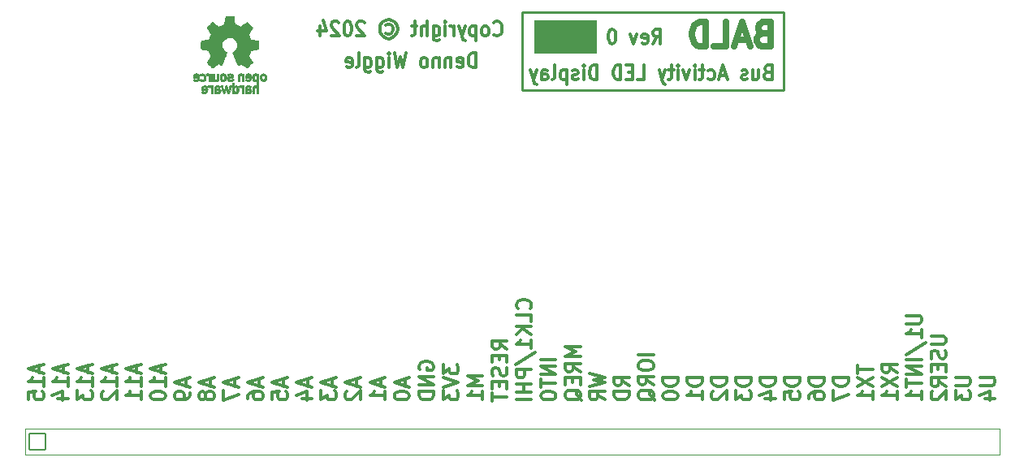
<source format=gbr>
%TF.GenerationSoftware,KiCad,Pcbnew,8.0.4*%
%TF.CreationDate,2024-07-26T10:39:13-07:00*%
%TF.ProjectId,BALD,42414c44-2e6b-4696-9361-645f70636258,0*%
%TF.SameCoordinates,Original*%
%TF.FileFunction,Legend,Bot*%
%TF.FilePolarity,Positive*%
%FSLAX46Y46*%
G04 Gerber Fmt 4.6, Leading zero omitted, Abs format (unit mm)*
G04 Created by KiCad (PCBNEW 8.0.4) date 2024-07-26 10:39:13*
%MOMM*%
%LPD*%
G01*
G04 APERTURE LIST*
G04 Aperture macros list*
%AMRoundRect*
0 Rectangle with rounded corners*
0 $1 Rounding radius*
0 $2 $3 $4 $5 $6 $7 $8 $9 X,Y pos of 4 corners*
0 Add a 4 corners polygon primitive as box body*
4,1,4,$2,$3,$4,$5,$6,$7,$8,$9,$2,$3,0*
0 Add four circle primitives for the rounded corners*
1,1,$1+$1,$2,$3*
1,1,$1+$1,$4,$5*
1,1,$1+$1,$6,$7*
1,1,$1+$1,$8,$9*
0 Add four rect primitives between the rounded corners*
20,1,$1+$1,$2,$3,$4,$5,0*
20,1,$1+$1,$4,$5,$6,$7,0*
20,1,$1+$1,$6,$7,$8,$9,0*
20,1,$1+$1,$8,$9,$2,$3,0*%
G04 Aperture macros list end*
%ADD10C,0.254000*%
%ADD11C,0.120000*%
%ADD12C,0.635000*%
%ADD13C,0.317500*%
%ADD14C,0.300000*%
%ADD15C,0.010000*%
%ADD16C,3.302000*%
%ADD17C,2.802000*%
%ADD18RoundRect,0.051000X-0.850000X0.850000X-0.850000X-0.850000X0.850000X-0.850000X0.850000X0.850000X0*%
%ADD19O,1.802000X1.802000*%
G04 APERTURE END LIST*
D10*
X52369720Y46494700D02*
X79674720Y46494700D01*
X79674720Y38366700D01*
X52369720Y38366700D01*
X52369720Y46494700D01*
D11*
X553720Y3060700D02*
X102153720Y3060700D01*
X102153720Y393700D01*
X553720Y393700D01*
X553720Y3060700D01*
X53640220Y45676700D02*
X60053220Y45676700D01*
X60053220Y42232700D01*
X53640220Y42232700D01*
X53640220Y45676700D01*
G36*
X53640220Y45676700D02*
G01*
X60053220Y45676700D01*
X60053220Y42232700D01*
X53640220Y42232700D01*
X53640220Y45676700D01*
G37*
D12*
X77488028Y44270144D02*
X77125171Y44149192D01*
X77125171Y44149192D02*
X77004218Y44028240D01*
X77004218Y44028240D02*
X76883266Y43786335D01*
X76883266Y43786335D02*
X76883266Y43423478D01*
X76883266Y43423478D02*
X77004218Y43181573D01*
X77004218Y43181573D02*
X77125171Y43060620D01*
X77125171Y43060620D02*
X77367076Y42939668D01*
X77367076Y42939668D02*
X78334695Y42939668D01*
X78334695Y42939668D02*
X78334695Y45479668D01*
X78334695Y45479668D02*
X77488028Y45479668D01*
X77488028Y45479668D02*
X77246123Y45358716D01*
X77246123Y45358716D02*
X77125171Y45237763D01*
X77125171Y45237763D02*
X77004218Y44995859D01*
X77004218Y44995859D02*
X77004218Y44753954D01*
X77004218Y44753954D02*
X77125171Y44512049D01*
X77125171Y44512049D02*
X77246123Y44391097D01*
X77246123Y44391097D02*
X77488028Y44270144D01*
X77488028Y44270144D02*
X78334695Y44270144D01*
X75915647Y43665382D02*
X74706123Y43665382D01*
X76157552Y42939668D02*
X75310885Y45479668D01*
X75310885Y45479668D02*
X74464218Y42939668D01*
X72408028Y42939668D02*
X73617552Y42939668D01*
X73617552Y42939668D02*
X73617552Y45479668D01*
X71561362Y42939668D02*
X71561362Y45479668D01*
X71561362Y45479668D02*
X70956600Y45479668D01*
X70956600Y45479668D02*
X70593743Y45358716D01*
X70593743Y45358716D02*
X70351838Y45116811D01*
X70351838Y45116811D02*
X70230885Y44874906D01*
X70230885Y44874906D02*
X70109933Y44391097D01*
X70109933Y44391097D02*
X70109933Y44028240D01*
X70109933Y44028240D02*
X70230885Y43544430D01*
X70230885Y43544430D02*
X70351838Y43302525D01*
X70351838Y43302525D02*
X70593743Y43060620D01*
X70593743Y43060620D02*
X70956600Y42939668D01*
X70956600Y42939668D02*
X71561362Y42939668D01*
D13*
X47573719Y40726179D02*
X47573719Y42250179D01*
X47573719Y42250179D02*
X47241100Y42250179D01*
X47241100Y42250179D02*
X47041529Y42177608D01*
X47041529Y42177608D02*
X46908481Y42032465D01*
X46908481Y42032465D02*
X46841958Y41887322D01*
X46841958Y41887322D02*
X46775434Y41597036D01*
X46775434Y41597036D02*
X46775434Y41379322D01*
X46775434Y41379322D02*
X46841958Y41089036D01*
X46841958Y41089036D02*
X46908481Y40943893D01*
X46908481Y40943893D02*
X47041529Y40798750D01*
X47041529Y40798750D02*
X47241100Y40726179D01*
X47241100Y40726179D02*
X47573719Y40726179D01*
X45644529Y40798750D02*
X45777577Y40726179D01*
X45777577Y40726179D02*
X46043672Y40726179D01*
X46043672Y40726179D02*
X46176719Y40798750D01*
X46176719Y40798750D02*
X46243243Y40943893D01*
X46243243Y40943893D02*
X46243243Y41524465D01*
X46243243Y41524465D02*
X46176719Y41669608D01*
X46176719Y41669608D02*
X46043672Y41742179D01*
X46043672Y41742179D02*
X45777577Y41742179D01*
X45777577Y41742179D02*
X45644529Y41669608D01*
X45644529Y41669608D02*
X45578005Y41524465D01*
X45578005Y41524465D02*
X45578005Y41379322D01*
X45578005Y41379322D02*
X46243243Y41234179D01*
X44979290Y41742179D02*
X44979290Y40726179D01*
X44979290Y41597036D02*
X44912767Y41669608D01*
X44912767Y41669608D02*
X44779719Y41742179D01*
X44779719Y41742179D02*
X44580148Y41742179D01*
X44580148Y41742179D02*
X44447100Y41669608D01*
X44447100Y41669608D02*
X44380576Y41524465D01*
X44380576Y41524465D02*
X44380576Y40726179D01*
X43715338Y41742179D02*
X43715338Y40726179D01*
X43715338Y41597036D02*
X43648815Y41669608D01*
X43648815Y41669608D02*
X43515767Y41742179D01*
X43515767Y41742179D02*
X43316196Y41742179D01*
X43316196Y41742179D02*
X43183148Y41669608D01*
X43183148Y41669608D02*
X43116624Y41524465D01*
X43116624Y41524465D02*
X43116624Y40726179D01*
X42251815Y40726179D02*
X42384863Y40798750D01*
X42384863Y40798750D02*
X42451386Y40871322D01*
X42451386Y40871322D02*
X42517910Y41016465D01*
X42517910Y41016465D02*
X42517910Y41451893D01*
X42517910Y41451893D02*
X42451386Y41597036D01*
X42451386Y41597036D02*
X42384863Y41669608D01*
X42384863Y41669608D02*
X42251815Y41742179D01*
X42251815Y41742179D02*
X42052244Y41742179D01*
X42052244Y41742179D02*
X41919196Y41669608D01*
X41919196Y41669608D02*
X41852672Y41597036D01*
X41852672Y41597036D02*
X41786148Y41451893D01*
X41786148Y41451893D02*
X41786148Y41016465D01*
X41786148Y41016465D02*
X41852672Y40871322D01*
X41852672Y40871322D02*
X41919196Y40798750D01*
X41919196Y40798750D02*
X42052244Y40726179D01*
X42052244Y40726179D02*
X42251815Y40726179D01*
X40256101Y42250179D02*
X39923482Y40726179D01*
X39923482Y40726179D02*
X39657387Y41814750D01*
X39657387Y41814750D02*
X39391292Y40726179D01*
X39391292Y40726179D02*
X39058673Y42250179D01*
X38526482Y40726179D02*
X38526482Y41742179D01*
X38526482Y42250179D02*
X38593006Y42177608D01*
X38593006Y42177608D02*
X38526482Y42105036D01*
X38526482Y42105036D02*
X38459959Y42177608D01*
X38459959Y42177608D02*
X38526482Y42250179D01*
X38526482Y42250179D02*
X38526482Y42105036D01*
X37262530Y41742179D02*
X37262530Y40508465D01*
X37262530Y40508465D02*
X37329054Y40363322D01*
X37329054Y40363322D02*
X37395578Y40290750D01*
X37395578Y40290750D02*
X37528625Y40218179D01*
X37528625Y40218179D02*
X37728197Y40218179D01*
X37728197Y40218179D02*
X37861244Y40290750D01*
X37262530Y40798750D02*
X37395578Y40726179D01*
X37395578Y40726179D02*
X37661673Y40726179D01*
X37661673Y40726179D02*
X37794721Y40798750D01*
X37794721Y40798750D02*
X37861244Y40871322D01*
X37861244Y40871322D02*
X37927768Y41016465D01*
X37927768Y41016465D02*
X37927768Y41451893D01*
X37927768Y41451893D02*
X37861244Y41597036D01*
X37861244Y41597036D02*
X37794721Y41669608D01*
X37794721Y41669608D02*
X37661673Y41742179D01*
X37661673Y41742179D02*
X37395578Y41742179D01*
X37395578Y41742179D02*
X37262530Y41669608D01*
X35998578Y41742179D02*
X35998578Y40508465D01*
X35998578Y40508465D02*
X36065102Y40363322D01*
X36065102Y40363322D02*
X36131626Y40290750D01*
X36131626Y40290750D02*
X36264673Y40218179D01*
X36264673Y40218179D02*
X36464245Y40218179D01*
X36464245Y40218179D02*
X36597292Y40290750D01*
X35998578Y40798750D02*
X36131626Y40726179D01*
X36131626Y40726179D02*
X36397721Y40726179D01*
X36397721Y40726179D02*
X36530769Y40798750D01*
X36530769Y40798750D02*
X36597292Y40871322D01*
X36597292Y40871322D02*
X36663816Y41016465D01*
X36663816Y41016465D02*
X36663816Y41451893D01*
X36663816Y41451893D02*
X36597292Y41597036D01*
X36597292Y41597036D02*
X36530769Y41669608D01*
X36530769Y41669608D02*
X36397721Y41742179D01*
X36397721Y41742179D02*
X36131626Y41742179D01*
X36131626Y41742179D02*
X35998578Y41669608D01*
X35133769Y40726179D02*
X35266817Y40798750D01*
X35266817Y40798750D02*
X35333340Y40943893D01*
X35333340Y40943893D02*
X35333340Y42250179D01*
X34069388Y40798750D02*
X34202436Y40726179D01*
X34202436Y40726179D02*
X34468531Y40726179D01*
X34468531Y40726179D02*
X34601578Y40798750D01*
X34601578Y40798750D02*
X34668102Y40943893D01*
X34668102Y40943893D02*
X34668102Y41524465D01*
X34668102Y41524465D02*
X34601578Y41669608D01*
X34601578Y41669608D02*
X34468531Y41742179D01*
X34468531Y41742179D02*
X34202436Y41742179D01*
X34202436Y41742179D02*
X34069388Y41669608D01*
X34069388Y41669608D02*
X34002864Y41524465D01*
X34002864Y41524465D02*
X34002864Y41379322D01*
X34002864Y41379322D02*
X34668102Y41234179D01*
X49442434Y44173322D02*
X49508958Y44100750D01*
X49508958Y44100750D02*
X49708529Y44028179D01*
X49708529Y44028179D02*
X49841577Y44028179D01*
X49841577Y44028179D02*
X50041148Y44100750D01*
X50041148Y44100750D02*
X50174196Y44245893D01*
X50174196Y44245893D02*
X50240719Y44391036D01*
X50240719Y44391036D02*
X50307243Y44681322D01*
X50307243Y44681322D02*
X50307243Y44899036D01*
X50307243Y44899036D02*
X50240719Y45189322D01*
X50240719Y45189322D02*
X50174196Y45334465D01*
X50174196Y45334465D02*
X50041148Y45479608D01*
X50041148Y45479608D02*
X49841577Y45552179D01*
X49841577Y45552179D02*
X49708529Y45552179D01*
X49708529Y45552179D02*
X49508958Y45479608D01*
X49508958Y45479608D02*
X49442434Y45407036D01*
X48644148Y44028179D02*
X48777196Y44100750D01*
X48777196Y44100750D02*
X48843719Y44173322D01*
X48843719Y44173322D02*
X48910243Y44318465D01*
X48910243Y44318465D02*
X48910243Y44753893D01*
X48910243Y44753893D02*
X48843719Y44899036D01*
X48843719Y44899036D02*
X48777196Y44971608D01*
X48777196Y44971608D02*
X48644148Y45044179D01*
X48644148Y45044179D02*
X48444577Y45044179D01*
X48444577Y45044179D02*
X48311529Y44971608D01*
X48311529Y44971608D02*
X48245005Y44899036D01*
X48245005Y44899036D02*
X48178481Y44753893D01*
X48178481Y44753893D02*
X48178481Y44318465D01*
X48178481Y44318465D02*
X48245005Y44173322D01*
X48245005Y44173322D02*
X48311529Y44100750D01*
X48311529Y44100750D02*
X48444577Y44028179D01*
X48444577Y44028179D02*
X48644148Y44028179D01*
X47579767Y45044179D02*
X47579767Y43520179D01*
X47579767Y44971608D02*
X47446720Y45044179D01*
X47446720Y45044179D02*
X47180625Y45044179D01*
X47180625Y45044179D02*
X47047577Y44971608D01*
X47047577Y44971608D02*
X46981053Y44899036D01*
X46981053Y44899036D02*
X46914529Y44753893D01*
X46914529Y44753893D02*
X46914529Y44318465D01*
X46914529Y44318465D02*
X46981053Y44173322D01*
X46981053Y44173322D02*
X47047577Y44100750D01*
X47047577Y44100750D02*
X47180625Y44028179D01*
X47180625Y44028179D02*
X47446720Y44028179D01*
X47446720Y44028179D02*
X47579767Y44100750D01*
X46448863Y45044179D02*
X46116244Y44028179D01*
X45783625Y45044179D02*
X46116244Y44028179D01*
X46116244Y44028179D02*
X46249292Y43665322D01*
X46249292Y43665322D02*
X46315815Y43592750D01*
X46315815Y43592750D02*
X46448863Y43520179D01*
X45251434Y44028179D02*
X45251434Y45044179D01*
X45251434Y44753893D02*
X45184911Y44899036D01*
X45184911Y44899036D02*
X45118387Y44971608D01*
X45118387Y44971608D02*
X44985339Y45044179D01*
X44985339Y45044179D02*
X44852292Y45044179D01*
X44386624Y44028179D02*
X44386624Y45044179D01*
X44386624Y45552179D02*
X44453148Y45479608D01*
X44453148Y45479608D02*
X44386624Y45407036D01*
X44386624Y45407036D02*
X44320101Y45479608D01*
X44320101Y45479608D02*
X44386624Y45552179D01*
X44386624Y45552179D02*
X44386624Y45407036D01*
X43122672Y45044179D02*
X43122672Y43810465D01*
X43122672Y43810465D02*
X43189196Y43665322D01*
X43189196Y43665322D02*
X43255720Y43592750D01*
X43255720Y43592750D02*
X43388767Y43520179D01*
X43388767Y43520179D02*
X43588339Y43520179D01*
X43588339Y43520179D02*
X43721386Y43592750D01*
X43122672Y44100750D02*
X43255720Y44028179D01*
X43255720Y44028179D02*
X43521815Y44028179D01*
X43521815Y44028179D02*
X43654863Y44100750D01*
X43654863Y44100750D02*
X43721386Y44173322D01*
X43721386Y44173322D02*
X43787910Y44318465D01*
X43787910Y44318465D02*
X43787910Y44753893D01*
X43787910Y44753893D02*
X43721386Y44899036D01*
X43721386Y44899036D02*
X43654863Y44971608D01*
X43654863Y44971608D02*
X43521815Y45044179D01*
X43521815Y45044179D02*
X43255720Y45044179D01*
X43255720Y45044179D02*
X43122672Y44971608D01*
X42457434Y44028179D02*
X42457434Y45552179D01*
X41858720Y44028179D02*
X41858720Y44826465D01*
X41858720Y44826465D02*
X41925244Y44971608D01*
X41925244Y44971608D02*
X42058292Y45044179D01*
X42058292Y45044179D02*
X42257863Y45044179D01*
X42257863Y45044179D02*
X42390911Y44971608D01*
X42390911Y44971608D02*
X42457434Y44899036D01*
X41393054Y45044179D02*
X40860863Y45044179D01*
X41193482Y45552179D02*
X41193482Y44245893D01*
X41193482Y44245893D02*
X41126959Y44100750D01*
X41126959Y44100750D02*
X40993911Y44028179D01*
X40993911Y44028179D02*
X40860863Y44028179D01*
X38199911Y45189322D02*
X38332958Y45261893D01*
X38332958Y45261893D02*
X38599054Y45261893D01*
X38599054Y45261893D02*
X38732101Y45189322D01*
X38732101Y45189322D02*
X38865149Y45044179D01*
X38865149Y45044179D02*
X38931673Y44899036D01*
X38931673Y44899036D02*
X38931673Y44608750D01*
X38931673Y44608750D02*
X38865149Y44463608D01*
X38865149Y44463608D02*
X38732101Y44318465D01*
X38732101Y44318465D02*
X38599054Y44245893D01*
X38599054Y44245893D02*
X38332958Y44245893D01*
X38332958Y44245893D02*
X38199911Y44318465D01*
X38466006Y45769893D02*
X38798625Y45697322D01*
X38798625Y45697322D02*
X39131244Y45479608D01*
X39131244Y45479608D02*
X39330815Y45116750D01*
X39330815Y45116750D02*
X39397339Y44753893D01*
X39397339Y44753893D02*
X39330815Y44391036D01*
X39330815Y44391036D02*
X39131244Y44028179D01*
X39131244Y44028179D02*
X38798625Y43810465D01*
X38798625Y43810465D02*
X38466006Y43737893D01*
X38466006Y43737893D02*
X38133387Y43810465D01*
X38133387Y43810465D02*
X37800768Y44028179D01*
X37800768Y44028179D02*
X37601196Y44391036D01*
X37601196Y44391036D02*
X37534673Y44753893D01*
X37534673Y44753893D02*
X37601196Y45116750D01*
X37601196Y45116750D02*
X37800768Y45479608D01*
X37800768Y45479608D02*
X38133387Y45697322D01*
X38133387Y45697322D02*
X38466006Y45769893D01*
X35938101Y45407036D02*
X35871577Y45479608D01*
X35871577Y45479608D02*
X35738530Y45552179D01*
X35738530Y45552179D02*
X35405911Y45552179D01*
X35405911Y45552179D02*
X35272863Y45479608D01*
X35272863Y45479608D02*
X35206339Y45407036D01*
X35206339Y45407036D02*
X35139816Y45261893D01*
X35139816Y45261893D02*
X35139816Y45116750D01*
X35139816Y45116750D02*
X35206339Y44899036D01*
X35206339Y44899036D02*
X36004625Y44028179D01*
X36004625Y44028179D02*
X35139816Y44028179D01*
X34275006Y45552179D02*
X34141959Y45552179D01*
X34141959Y45552179D02*
X34008911Y45479608D01*
X34008911Y45479608D02*
X33942387Y45407036D01*
X33942387Y45407036D02*
X33875863Y45261893D01*
X33875863Y45261893D02*
X33809340Y44971608D01*
X33809340Y44971608D02*
X33809340Y44608750D01*
X33809340Y44608750D02*
X33875863Y44318465D01*
X33875863Y44318465D02*
X33942387Y44173322D01*
X33942387Y44173322D02*
X34008911Y44100750D01*
X34008911Y44100750D02*
X34141959Y44028179D01*
X34141959Y44028179D02*
X34275006Y44028179D01*
X34275006Y44028179D02*
X34408054Y44100750D01*
X34408054Y44100750D02*
X34474578Y44173322D01*
X34474578Y44173322D02*
X34541101Y44318465D01*
X34541101Y44318465D02*
X34607625Y44608750D01*
X34607625Y44608750D02*
X34607625Y44971608D01*
X34607625Y44971608D02*
X34541101Y45261893D01*
X34541101Y45261893D02*
X34474578Y45407036D01*
X34474578Y45407036D02*
X34408054Y45479608D01*
X34408054Y45479608D02*
X34275006Y45552179D01*
X33277149Y45407036D02*
X33210625Y45479608D01*
X33210625Y45479608D02*
X33077578Y45552179D01*
X33077578Y45552179D02*
X32744959Y45552179D01*
X32744959Y45552179D02*
X32611911Y45479608D01*
X32611911Y45479608D02*
X32545387Y45407036D01*
X32545387Y45407036D02*
X32478864Y45261893D01*
X32478864Y45261893D02*
X32478864Y45116750D01*
X32478864Y45116750D02*
X32545387Y44899036D01*
X32545387Y44899036D02*
X33343673Y44028179D01*
X33343673Y44028179D02*
X32478864Y44028179D01*
X31281435Y45044179D02*
X31281435Y44028179D01*
X31614054Y45624750D02*
X31946673Y44536179D01*
X31946673Y44536179D02*
X31081864Y44536179D01*
X66016434Y43210179D02*
X66482100Y43935893D01*
X66814719Y43210179D02*
X66814719Y44734179D01*
X66814719Y44734179D02*
X66282529Y44734179D01*
X66282529Y44734179D02*
X66149481Y44661608D01*
X66149481Y44661608D02*
X66082958Y44589036D01*
X66082958Y44589036D02*
X66016434Y44443893D01*
X66016434Y44443893D02*
X66016434Y44226179D01*
X66016434Y44226179D02*
X66082958Y44081036D01*
X66082958Y44081036D02*
X66149481Y44008465D01*
X66149481Y44008465D02*
X66282529Y43935893D01*
X66282529Y43935893D02*
X66814719Y43935893D01*
X64885529Y43282750D02*
X65018577Y43210179D01*
X65018577Y43210179D02*
X65284672Y43210179D01*
X65284672Y43210179D02*
X65417719Y43282750D01*
X65417719Y43282750D02*
X65484243Y43427893D01*
X65484243Y43427893D02*
X65484243Y44008465D01*
X65484243Y44008465D02*
X65417719Y44153608D01*
X65417719Y44153608D02*
X65284672Y44226179D01*
X65284672Y44226179D02*
X65018577Y44226179D01*
X65018577Y44226179D02*
X64885529Y44153608D01*
X64885529Y44153608D02*
X64819005Y44008465D01*
X64819005Y44008465D02*
X64819005Y43863322D01*
X64819005Y43863322D02*
X65484243Y43718179D01*
X64353338Y44226179D02*
X64020719Y43210179D01*
X64020719Y43210179D02*
X63688100Y44226179D01*
X61825433Y44734179D02*
X61692386Y44734179D01*
X61692386Y44734179D02*
X61559338Y44661608D01*
X61559338Y44661608D02*
X61492814Y44589036D01*
X61492814Y44589036D02*
X61426290Y44443893D01*
X61426290Y44443893D02*
X61359767Y44153608D01*
X61359767Y44153608D02*
X61359767Y43790750D01*
X61359767Y43790750D02*
X61426290Y43500465D01*
X61426290Y43500465D02*
X61492814Y43355322D01*
X61492814Y43355322D02*
X61559338Y43282750D01*
X61559338Y43282750D02*
X61692386Y43210179D01*
X61692386Y43210179D02*
X61825433Y43210179D01*
X61825433Y43210179D02*
X61958481Y43282750D01*
X61958481Y43282750D02*
X62025005Y43355322D01*
X62025005Y43355322D02*
X62091528Y43500465D01*
X62091528Y43500465D02*
X62158052Y43790750D01*
X62158052Y43790750D02*
X62158052Y44153608D01*
X62158052Y44153608D02*
X62091528Y44443893D01*
X62091528Y44443893D02*
X62025005Y44589036D01*
X62025005Y44589036D02*
X61958481Y44661608D01*
X61958481Y44661608D02*
X61825433Y44734179D01*
D14*
X2034561Y9655210D02*
X2034561Y8940924D01*
X2485990Y9798067D02*
X905990Y9298067D01*
X905990Y9298067D02*
X2485990Y8798067D01*
X2485990Y7512353D02*
X2485990Y8369496D01*
X2485990Y7940925D02*
X905990Y7940925D01*
X905990Y7940925D02*
X1131704Y8083782D01*
X1131704Y8083782D02*
X1282180Y8226639D01*
X1282180Y8226639D02*
X1357418Y8369496D01*
X905990Y6155211D02*
X905990Y6869497D01*
X905990Y6869497D02*
X1658371Y6940925D01*
X1658371Y6940925D02*
X1583132Y6869497D01*
X1583132Y6869497D02*
X1507894Y6726639D01*
X1507894Y6726639D02*
X1507894Y6369497D01*
X1507894Y6369497D02*
X1583132Y6226639D01*
X1583132Y6226639D02*
X1658371Y6155211D01*
X1658371Y6155211D02*
X1808847Y6083782D01*
X1808847Y6083782D02*
X2185037Y6083782D01*
X2185037Y6083782D02*
X2335513Y6155211D01*
X2335513Y6155211D02*
X2410752Y6226639D01*
X2410752Y6226639D02*
X2485990Y6369497D01*
X2485990Y6369497D02*
X2485990Y6726639D01*
X2485990Y6726639D02*
X2410752Y6869497D01*
X2410752Y6869497D02*
X2335513Y6940925D01*
X4578273Y9655210D02*
X4578273Y8940924D01*
X5029702Y9798067D02*
X3449702Y9298067D01*
X3449702Y9298067D02*
X5029702Y8798067D01*
X5029702Y7512353D02*
X5029702Y8369496D01*
X5029702Y7940925D02*
X3449702Y7940925D01*
X3449702Y7940925D02*
X3675416Y8083782D01*
X3675416Y8083782D02*
X3825892Y8226639D01*
X3825892Y8226639D02*
X3901130Y8369496D01*
X3976368Y6226639D02*
X5029702Y6226639D01*
X3374464Y6583782D02*
X4503035Y6940925D01*
X4503035Y6940925D02*
X4503035Y6012354D01*
X7121985Y9655210D02*
X7121985Y8940924D01*
X7573414Y9798067D02*
X5993414Y9298067D01*
X5993414Y9298067D02*
X7573414Y8798067D01*
X7573414Y7512353D02*
X7573414Y8369496D01*
X7573414Y7940925D02*
X5993414Y7940925D01*
X5993414Y7940925D02*
X6219128Y8083782D01*
X6219128Y8083782D02*
X6369604Y8226639D01*
X6369604Y8226639D02*
X6444842Y8369496D01*
X5993414Y7012354D02*
X5993414Y6083782D01*
X5993414Y6083782D02*
X6595318Y6583782D01*
X6595318Y6583782D02*
X6595318Y6369497D01*
X6595318Y6369497D02*
X6670556Y6226639D01*
X6670556Y6226639D02*
X6745795Y6155211D01*
X6745795Y6155211D02*
X6896271Y6083782D01*
X6896271Y6083782D02*
X7272461Y6083782D01*
X7272461Y6083782D02*
X7422937Y6155211D01*
X7422937Y6155211D02*
X7498176Y6226639D01*
X7498176Y6226639D02*
X7573414Y6369497D01*
X7573414Y6369497D02*
X7573414Y6798068D01*
X7573414Y6798068D02*
X7498176Y6940925D01*
X7498176Y6940925D02*
X7422937Y7012354D01*
X9665697Y9655210D02*
X9665697Y8940924D01*
X10117126Y9798067D02*
X8537126Y9298067D01*
X8537126Y9298067D02*
X10117126Y8798067D01*
X10117126Y7512353D02*
X10117126Y8369496D01*
X10117126Y7940925D02*
X8537126Y7940925D01*
X8537126Y7940925D02*
X8762840Y8083782D01*
X8762840Y8083782D02*
X8913316Y8226639D01*
X8913316Y8226639D02*
X8988554Y8369496D01*
X8687602Y6940925D02*
X8612364Y6869497D01*
X8612364Y6869497D02*
X8537126Y6726639D01*
X8537126Y6726639D02*
X8537126Y6369497D01*
X8537126Y6369497D02*
X8612364Y6226639D01*
X8612364Y6226639D02*
X8687602Y6155211D01*
X8687602Y6155211D02*
X8838078Y6083782D01*
X8838078Y6083782D02*
X8988554Y6083782D01*
X8988554Y6083782D02*
X9214268Y6155211D01*
X9214268Y6155211D02*
X10117126Y7012354D01*
X10117126Y7012354D02*
X10117126Y6083782D01*
X12209409Y9655210D02*
X12209409Y8940924D01*
X12660838Y9798067D02*
X11080838Y9298067D01*
X11080838Y9298067D02*
X12660838Y8798067D01*
X12660838Y7512353D02*
X12660838Y8369496D01*
X12660838Y7940925D02*
X11080838Y7940925D01*
X11080838Y7940925D02*
X11306552Y8083782D01*
X11306552Y8083782D02*
X11457028Y8226639D01*
X11457028Y8226639D02*
X11532266Y8369496D01*
X12660838Y6083782D02*
X12660838Y6940925D01*
X12660838Y6512354D02*
X11080838Y6512354D01*
X11080838Y6512354D02*
X11306552Y6655211D01*
X11306552Y6655211D02*
X11457028Y6798068D01*
X11457028Y6798068D02*
X11532266Y6940925D01*
X14753121Y9655210D02*
X14753121Y8940924D01*
X15204550Y9798067D02*
X13624550Y9298067D01*
X13624550Y9298067D02*
X15204550Y8798067D01*
X15204550Y7512353D02*
X15204550Y8369496D01*
X15204550Y7940925D02*
X13624550Y7940925D01*
X13624550Y7940925D02*
X13850264Y8083782D01*
X13850264Y8083782D02*
X14000740Y8226639D01*
X14000740Y8226639D02*
X14075978Y8369496D01*
X13624550Y6583782D02*
X13624550Y6440925D01*
X13624550Y6440925D02*
X13699788Y6298068D01*
X13699788Y6298068D02*
X13775026Y6226639D01*
X13775026Y6226639D02*
X13925502Y6155211D01*
X13925502Y6155211D02*
X14226454Y6083782D01*
X14226454Y6083782D02*
X14602645Y6083782D01*
X14602645Y6083782D02*
X14903597Y6155211D01*
X14903597Y6155211D02*
X15054073Y6226639D01*
X15054073Y6226639D02*
X15129312Y6298068D01*
X15129312Y6298068D02*
X15204550Y6440925D01*
X15204550Y6440925D02*
X15204550Y6583782D01*
X15204550Y6583782D02*
X15129312Y6726639D01*
X15129312Y6726639D02*
X15054073Y6798068D01*
X15054073Y6798068D02*
X14903597Y6869497D01*
X14903597Y6869497D02*
X14602645Y6940925D01*
X14602645Y6940925D02*
X14226454Y6940925D01*
X14226454Y6940925D02*
X13925502Y6869497D01*
X13925502Y6869497D02*
X13775026Y6798068D01*
X13775026Y6798068D02*
X13699788Y6726639D01*
X13699788Y6726639D02*
X13624550Y6583782D01*
X17296833Y8226639D02*
X17296833Y7512353D01*
X17748262Y8369496D02*
X16168262Y7869496D01*
X16168262Y7869496D02*
X17748262Y7369496D01*
X17748262Y6798068D02*
X17748262Y6512354D01*
X17748262Y6512354D02*
X17673024Y6369497D01*
X17673024Y6369497D02*
X17597785Y6298068D01*
X17597785Y6298068D02*
X17372071Y6155211D01*
X17372071Y6155211D02*
X17071119Y6083782D01*
X17071119Y6083782D02*
X16469214Y6083782D01*
X16469214Y6083782D02*
X16318738Y6155211D01*
X16318738Y6155211D02*
X16243500Y6226639D01*
X16243500Y6226639D02*
X16168262Y6369497D01*
X16168262Y6369497D02*
X16168262Y6655211D01*
X16168262Y6655211D02*
X16243500Y6798068D01*
X16243500Y6798068D02*
X16318738Y6869497D01*
X16318738Y6869497D02*
X16469214Y6940925D01*
X16469214Y6940925D02*
X16845404Y6940925D01*
X16845404Y6940925D02*
X16995881Y6869497D01*
X16995881Y6869497D02*
X17071119Y6798068D01*
X17071119Y6798068D02*
X17146357Y6655211D01*
X17146357Y6655211D02*
X17146357Y6369497D01*
X17146357Y6369497D02*
X17071119Y6226639D01*
X17071119Y6226639D02*
X16995881Y6155211D01*
X16995881Y6155211D02*
X16845404Y6083782D01*
X19840545Y8226639D02*
X19840545Y7512353D01*
X20291974Y8369496D02*
X18711974Y7869496D01*
X18711974Y7869496D02*
X20291974Y7369496D01*
X19389116Y6655211D02*
X19313878Y6798068D01*
X19313878Y6798068D02*
X19238640Y6869497D01*
X19238640Y6869497D02*
X19088164Y6940925D01*
X19088164Y6940925D02*
X19012926Y6940925D01*
X19012926Y6940925D02*
X18862450Y6869497D01*
X18862450Y6869497D02*
X18787212Y6798068D01*
X18787212Y6798068D02*
X18711974Y6655211D01*
X18711974Y6655211D02*
X18711974Y6369497D01*
X18711974Y6369497D02*
X18787212Y6226639D01*
X18787212Y6226639D02*
X18862450Y6155211D01*
X18862450Y6155211D02*
X19012926Y6083782D01*
X19012926Y6083782D02*
X19088164Y6083782D01*
X19088164Y6083782D02*
X19238640Y6155211D01*
X19238640Y6155211D02*
X19313878Y6226639D01*
X19313878Y6226639D02*
X19389116Y6369497D01*
X19389116Y6369497D02*
X19389116Y6655211D01*
X19389116Y6655211D02*
X19464355Y6798068D01*
X19464355Y6798068D02*
X19539593Y6869497D01*
X19539593Y6869497D02*
X19690069Y6940925D01*
X19690069Y6940925D02*
X19991021Y6940925D01*
X19991021Y6940925D02*
X20141497Y6869497D01*
X20141497Y6869497D02*
X20216736Y6798068D01*
X20216736Y6798068D02*
X20291974Y6655211D01*
X20291974Y6655211D02*
X20291974Y6369497D01*
X20291974Y6369497D02*
X20216736Y6226639D01*
X20216736Y6226639D02*
X20141497Y6155211D01*
X20141497Y6155211D02*
X19991021Y6083782D01*
X19991021Y6083782D02*
X19690069Y6083782D01*
X19690069Y6083782D02*
X19539593Y6155211D01*
X19539593Y6155211D02*
X19464355Y6226639D01*
X19464355Y6226639D02*
X19389116Y6369497D01*
X22384257Y8226639D02*
X22384257Y7512353D01*
X22835686Y8369496D02*
X21255686Y7869496D01*
X21255686Y7869496D02*
X22835686Y7369496D01*
X21255686Y7012354D02*
X21255686Y6012354D01*
X21255686Y6012354D02*
X22835686Y6655211D01*
X24927969Y8226639D02*
X24927969Y7512353D01*
X25379398Y8369496D02*
X23799398Y7869496D01*
X23799398Y7869496D02*
X25379398Y7369496D01*
X23799398Y6226639D02*
X23799398Y6512354D01*
X23799398Y6512354D02*
X23874636Y6655211D01*
X23874636Y6655211D02*
X23949874Y6726639D01*
X23949874Y6726639D02*
X24175588Y6869497D01*
X24175588Y6869497D02*
X24476540Y6940925D01*
X24476540Y6940925D02*
X25078445Y6940925D01*
X25078445Y6940925D02*
X25228921Y6869497D01*
X25228921Y6869497D02*
X25304160Y6798068D01*
X25304160Y6798068D02*
X25379398Y6655211D01*
X25379398Y6655211D02*
X25379398Y6369497D01*
X25379398Y6369497D02*
X25304160Y6226639D01*
X25304160Y6226639D02*
X25228921Y6155211D01*
X25228921Y6155211D02*
X25078445Y6083782D01*
X25078445Y6083782D02*
X24702255Y6083782D01*
X24702255Y6083782D02*
X24551779Y6155211D01*
X24551779Y6155211D02*
X24476540Y6226639D01*
X24476540Y6226639D02*
X24401302Y6369497D01*
X24401302Y6369497D02*
X24401302Y6655211D01*
X24401302Y6655211D02*
X24476540Y6798068D01*
X24476540Y6798068D02*
X24551779Y6869497D01*
X24551779Y6869497D02*
X24702255Y6940925D01*
X27471681Y8226639D02*
X27471681Y7512353D01*
X27923110Y8369496D02*
X26343110Y7869496D01*
X26343110Y7869496D02*
X27923110Y7369496D01*
X26343110Y6155211D02*
X26343110Y6869497D01*
X26343110Y6869497D02*
X27095491Y6940925D01*
X27095491Y6940925D02*
X27020252Y6869497D01*
X27020252Y6869497D02*
X26945014Y6726639D01*
X26945014Y6726639D02*
X26945014Y6369497D01*
X26945014Y6369497D02*
X27020252Y6226639D01*
X27020252Y6226639D02*
X27095491Y6155211D01*
X27095491Y6155211D02*
X27245967Y6083782D01*
X27245967Y6083782D02*
X27622157Y6083782D01*
X27622157Y6083782D02*
X27772633Y6155211D01*
X27772633Y6155211D02*
X27847872Y6226639D01*
X27847872Y6226639D02*
X27923110Y6369497D01*
X27923110Y6369497D02*
X27923110Y6726639D01*
X27923110Y6726639D02*
X27847872Y6869497D01*
X27847872Y6869497D02*
X27772633Y6940925D01*
X30015393Y8226639D02*
X30015393Y7512353D01*
X30466822Y8369496D02*
X28886822Y7869496D01*
X28886822Y7869496D02*
X30466822Y7369496D01*
X29413488Y6226639D02*
X30466822Y6226639D01*
X28811584Y6583782D02*
X29940155Y6940925D01*
X29940155Y6940925D02*
X29940155Y6012354D01*
X32559105Y8226639D02*
X32559105Y7512353D01*
X33010534Y8369496D02*
X31430534Y7869496D01*
X31430534Y7869496D02*
X33010534Y7369496D01*
X31430534Y7012354D02*
X31430534Y6083782D01*
X31430534Y6083782D02*
X32032438Y6583782D01*
X32032438Y6583782D02*
X32032438Y6369497D01*
X32032438Y6369497D02*
X32107676Y6226639D01*
X32107676Y6226639D02*
X32182915Y6155211D01*
X32182915Y6155211D02*
X32333391Y6083782D01*
X32333391Y6083782D02*
X32709581Y6083782D01*
X32709581Y6083782D02*
X32860057Y6155211D01*
X32860057Y6155211D02*
X32935296Y6226639D01*
X32935296Y6226639D02*
X33010534Y6369497D01*
X33010534Y6369497D02*
X33010534Y6798068D01*
X33010534Y6798068D02*
X32935296Y6940925D01*
X32935296Y6940925D02*
X32860057Y7012354D01*
X35102817Y8226639D02*
X35102817Y7512353D01*
X35554246Y8369496D02*
X33974246Y7869496D01*
X33974246Y7869496D02*
X35554246Y7369496D01*
X34124722Y6940925D02*
X34049484Y6869497D01*
X34049484Y6869497D02*
X33974246Y6726639D01*
X33974246Y6726639D02*
X33974246Y6369497D01*
X33974246Y6369497D02*
X34049484Y6226639D01*
X34049484Y6226639D02*
X34124722Y6155211D01*
X34124722Y6155211D02*
X34275198Y6083782D01*
X34275198Y6083782D02*
X34425674Y6083782D01*
X34425674Y6083782D02*
X34651388Y6155211D01*
X34651388Y6155211D02*
X35554246Y7012354D01*
X35554246Y7012354D02*
X35554246Y6083782D01*
X37646529Y8226639D02*
X37646529Y7512353D01*
X38097958Y8369496D02*
X36517958Y7869496D01*
X36517958Y7869496D02*
X38097958Y7369496D01*
X38097958Y6083782D02*
X38097958Y6940925D01*
X38097958Y6512354D02*
X36517958Y6512354D01*
X36517958Y6512354D02*
X36743672Y6655211D01*
X36743672Y6655211D02*
X36894148Y6798068D01*
X36894148Y6798068D02*
X36969386Y6940925D01*
X40190241Y8226639D02*
X40190241Y7512353D01*
X40641670Y8369496D02*
X39061670Y7869496D01*
X39061670Y7869496D02*
X40641670Y7369496D01*
X39061670Y6583782D02*
X39061670Y6440925D01*
X39061670Y6440925D02*
X39136908Y6298068D01*
X39136908Y6298068D02*
X39212146Y6226639D01*
X39212146Y6226639D02*
X39362622Y6155211D01*
X39362622Y6155211D02*
X39663574Y6083782D01*
X39663574Y6083782D02*
X40039765Y6083782D01*
X40039765Y6083782D02*
X40340717Y6155211D01*
X40340717Y6155211D02*
X40491193Y6226639D01*
X40491193Y6226639D02*
X40566432Y6298068D01*
X40566432Y6298068D02*
X40641670Y6440925D01*
X40641670Y6440925D02*
X40641670Y6583782D01*
X40641670Y6583782D02*
X40566432Y6726639D01*
X40566432Y6726639D02*
X40491193Y6798068D01*
X40491193Y6798068D02*
X40340717Y6869497D01*
X40340717Y6869497D02*
X40039765Y6940925D01*
X40039765Y6940925D02*
X39663574Y6940925D01*
X39663574Y6940925D02*
X39362622Y6869497D01*
X39362622Y6869497D02*
X39212146Y6798068D01*
X39212146Y6798068D02*
X39136908Y6726639D01*
X39136908Y6726639D02*
X39061670Y6583782D01*
X41680620Y9226640D02*
X41605382Y9369497D01*
X41605382Y9369497D02*
X41605382Y9583783D01*
X41605382Y9583783D02*
X41680620Y9798069D01*
X41680620Y9798069D02*
X41831096Y9940926D01*
X41831096Y9940926D02*
X41981572Y10012355D01*
X41981572Y10012355D02*
X42282524Y10083783D01*
X42282524Y10083783D02*
X42508239Y10083783D01*
X42508239Y10083783D02*
X42809191Y10012355D01*
X42809191Y10012355D02*
X42959667Y9940926D01*
X42959667Y9940926D02*
X43110144Y9798069D01*
X43110144Y9798069D02*
X43185382Y9583783D01*
X43185382Y9583783D02*
X43185382Y9440926D01*
X43185382Y9440926D02*
X43110144Y9226640D01*
X43110144Y9226640D02*
X43034905Y9155212D01*
X43034905Y9155212D02*
X42508239Y9155212D01*
X42508239Y9155212D02*
X42508239Y9440926D01*
X43185382Y8512355D02*
X41605382Y8512355D01*
X41605382Y8512355D02*
X43185382Y7655212D01*
X43185382Y7655212D02*
X41605382Y7655212D01*
X43185382Y6940926D02*
X41605382Y6940926D01*
X41605382Y6940926D02*
X41605382Y6583783D01*
X41605382Y6583783D02*
X41680620Y6369497D01*
X41680620Y6369497D02*
X41831096Y6226640D01*
X41831096Y6226640D02*
X41981572Y6155211D01*
X41981572Y6155211D02*
X42282524Y6083783D01*
X42282524Y6083783D02*
X42508239Y6083783D01*
X42508239Y6083783D02*
X42809191Y6155211D01*
X42809191Y6155211D02*
X42959667Y6226640D01*
X42959667Y6226640D02*
X43110144Y6369497D01*
X43110144Y6369497D02*
X43185382Y6583783D01*
X43185382Y6583783D02*
X43185382Y6940926D01*
X44149094Y9726639D02*
X44149094Y8798067D01*
X44149094Y8798067D02*
X44750998Y9298067D01*
X44750998Y9298067D02*
X44750998Y9083782D01*
X44750998Y9083782D02*
X44826236Y8940924D01*
X44826236Y8940924D02*
X44901475Y8869496D01*
X44901475Y8869496D02*
X45051951Y8798067D01*
X45051951Y8798067D02*
X45428141Y8798067D01*
X45428141Y8798067D02*
X45578617Y8869496D01*
X45578617Y8869496D02*
X45653856Y8940924D01*
X45653856Y8940924D02*
X45729094Y9083782D01*
X45729094Y9083782D02*
X45729094Y9512353D01*
X45729094Y9512353D02*
X45653856Y9655210D01*
X45653856Y9655210D02*
X45578617Y9726639D01*
X44149094Y8369496D02*
X45729094Y7869496D01*
X45729094Y7869496D02*
X44149094Y7369496D01*
X44149094Y7012354D02*
X44149094Y6083782D01*
X44149094Y6083782D02*
X44750998Y6583782D01*
X44750998Y6583782D02*
X44750998Y6369497D01*
X44750998Y6369497D02*
X44826236Y6226639D01*
X44826236Y6226639D02*
X44901475Y6155211D01*
X44901475Y6155211D02*
X45051951Y6083782D01*
X45051951Y6083782D02*
X45428141Y6083782D01*
X45428141Y6083782D02*
X45578617Y6155211D01*
X45578617Y6155211D02*
X45653856Y6226639D01*
X45653856Y6226639D02*
X45729094Y6369497D01*
X45729094Y6369497D02*
X45729094Y6798068D01*
X45729094Y6798068D02*
X45653856Y6940925D01*
X45653856Y6940925D02*
X45578617Y7012354D01*
X48272806Y8583783D02*
X46692806Y8583783D01*
X46692806Y8583783D02*
X47821377Y8083783D01*
X47821377Y8083783D02*
X46692806Y7583783D01*
X46692806Y7583783D02*
X48272806Y7583783D01*
X48272806Y6083782D02*
X48272806Y6940925D01*
X48272806Y6512354D02*
X46692806Y6512354D01*
X46692806Y6512354D02*
X46918520Y6655211D01*
X46918520Y6655211D02*
X47068996Y6798068D01*
X47068996Y6798068D02*
X47144234Y6940925D01*
X50816518Y11369497D02*
X50064137Y11869497D01*
X50816518Y12226640D02*
X49236518Y12226640D01*
X49236518Y12226640D02*
X49236518Y11655211D01*
X49236518Y11655211D02*
X49311756Y11512354D01*
X49311756Y11512354D02*
X49386994Y11440925D01*
X49386994Y11440925D02*
X49537470Y11369497D01*
X49537470Y11369497D02*
X49763184Y11369497D01*
X49763184Y11369497D02*
X49913660Y11440925D01*
X49913660Y11440925D02*
X49988899Y11512354D01*
X49988899Y11512354D02*
X50064137Y11655211D01*
X50064137Y11655211D02*
X50064137Y12226640D01*
X49988899Y10726640D02*
X49988899Y10226640D01*
X50816518Y10012354D02*
X50816518Y10726640D01*
X50816518Y10726640D02*
X49236518Y10726640D01*
X49236518Y10726640D02*
X49236518Y10012354D01*
X50741280Y9440925D02*
X50816518Y9226639D01*
X50816518Y9226639D02*
X50816518Y8869497D01*
X50816518Y8869497D02*
X50741280Y8726639D01*
X50741280Y8726639D02*
X50666041Y8655211D01*
X50666041Y8655211D02*
X50515565Y8583782D01*
X50515565Y8583782D02*
X50365089Y8583782D01*
X50365089Y8583782D02*
X50214613Y8655211D01*
X50214613Y8655211D02*
X50139375Y8726639D01*
X50139375Y8726639D02*
X50064137Y8869497D01*
X50064137Y8869497D02*
X49988899Y9155211D01*
X49988899Y9155211D02*
X49913660Y9298068D01*
X49913660Y9298068D02*
X49838422Y9369497D01*
X49838422Y9369497D02*
X49687946Y9440925D01*
X49687946Y9440925D02*
X49537470Y9440925D01*
X49537470Y9440925D02*
X49386994Y9369497D01*
X49386994Y9369497D02*
X49311756Y9298068D01*
X49311756Y9298068D02*
X49236518Y9155211D01*
X49236518Y9155211D02*
X49236518Y8798068D01*
X49236518Y8798068D02*
X49311756Y8583782D01*
X49988899Y7940926D02*
X49988899Y7440926D01*
X50816518Y7226640D02*
X50816518Y7940926D01*
X50816518Y7940926D02*
X49236518Y7940926D01*
X49236518Y7940926D02*
X49236518Y7226640D01*
X49236518Y6798068D02*
X49236518Y5940925D01*
X50816518Y6369497D02*
X49236518Y6369497D01*
X53209753Y15583784D02*
X53284992Y15655212D01*
X53284992Y15655212D02*
X53360230Y15869498D01*
X53360230Y15869498D02*
X53360230Y16012355D01*
X53360230Y16012355D02*
X53284992Y16226641D01*
X53284992Y16226641D02*
X53134515Y16369498D01*
X53134515Y16369498D02*
X52984039Y16440927D01*
X52984039Y16440927D02*
X52683087Y16512355D01*
X52683087Y16512355D02*
X52457372Y16512355D01*
X52457372Y16512355D02*
X52156420Y16440927D01*
X52156420Y16440927D02*
X52005944Y16369498D01*
X52005944Y16369498D02*
X51855468Y16226641D01*
X51855468Y16226641D02*
X51780230Y16012355D01*
X51780230Y16012355D02*
X51780230Y15869498D01*
X51780230Y15869498D02*
X51855468Y15655212D01*
X51855468Y15655212D02*
X51930706Y15583784D01*
X53360230Y14226641D02*
X53360230Y14940927D01*
X53360230Y14940927D02*
X51780230Y14940927D01*
X53360230Y13726641D02*
X51780230Y13726641D01*
X53360230Y12869498D02*
X52457372Y13512355D01*
X51780230Y12869498D02*
X52683087Y13726641D01*
X53360230Y11440926D02*
X53360230Y12298069D01*
X53360230Y11869498D02*
X51780230Y11869498D01*
X51780230Y11869498D02*
X52005944Y12012355D01*
X52005944Y12012355D02*
X52156420Y12155212D01*
X52156420Y12155212D02*
X52231658Y12298069D01*
X51704992Y9726641D02*
X53736420Y11012355D01*
X53360230Y9226641D02*
X51780230Y9226641D01*
X51780230Y9226641D02*
X51780230Y8655212D01*
X51780230Y8655212D02*
X51855468Y8512355D01*
X51855468Y8512355D02*
X51930706Y8440926D01*
X51930706Y8440926D02*
X52081182Y8369498D01*
X52081182Y8369498D02*
X52306896Y8369498D01*
X52306896Y8369498D02*
X52457372Y8440926D01*
X52457372Y8440926D02*
X52532611Y8512355D01*
X52532611Y8512355D02*
X52607849Y8655212D01*
X52607849Y8655212D02*
X52607849Y9226641D01*
X53360230Y7726641D02*
X51780230Y7726641D01*
X52532611Y7726641D02*
X52532611Y6869498D01*
X53360230Y6869498D02*
X51780230Y6869498D01*
X53360230Y6155212D02*
X51780230Y6155212D01*
X55903942Y10298069D02*
X54323942Y10298069D01*
X55903942Y9583783D02*
X54323942Y9583783D01*
X54323942Y9583783D02*
X55903942Y8726640D01*
X55903942Y8726640D02*
X54323942Y8726640D01*
X54323942Y8226639D02*
X54323942Y7369496D01*
X55903942Y7798068D02*
X54323942Y7798068D01*
X54323942Y6583782D02*
X54323942Y6440925D01*
X54323942Y6440925D02*
X54399180Y6298068D01*
X54399180Y6298068D02*
X54474418Y6226639D01*
X54474418Y6226639D02*
X54624894Y6155211D01*
X54624894Y6155211D02*
X54925846Y6083782D01*
X54925846Y6083782D02*
X55302037Y6083782D01*
X55302037Y6083782D02*
X55602989Y6155211D01*
X55602989Y6155211D02*
X55753465Y6226639D01*
X55753465Y6226639D02*
X55828704Y6298068D01*
X55828704Y6298068D02*
X55903942Y6440925D01*
X55903942Y6440925D02*
X55903942Y6583782D01*
X55903942Y6583782D02*
X55828704Y6726639D01*
X55828704Y6726639D02*
X55753465Y6798068D01*
X55753465Y6798068D02*
X55602989Y6869497D01*
X55602989Y6869497D02*
X55302037Y6940925D01*
X55302037Y6940925D02*
X54925846Y6940925D01*
X54925846Y6940925D02*
X54624894Y6869497D01*
X54624894Y6869497D02*
X54474418Y6798068D01*
X54474418Y6798068D02*
X54399180Y6726639D01*
X54399180Y6726639D02*
X54323942Y6583782D01*
X58447654Y11583784D02*
X56867654Y11583784D01*
X56867654Y11583784D02*
X57996225Y11083784D01*
X57996225Y11083784D02*
X56867654Y10583784D01*
X56867654Y10583784D02*
X58447654Y10583784D01*
X58447654Y9012355D02*
X57695273Y9512355D01*
X58447654Y9869498D02*
X56867654Y9869498D01*
X56867654Y9869498D02*
X56867654Y9298069D01*
X56867654Y9298069D02*
X56942892Y9155212D01*
X56942892Y9155212D02*
X57018130Y9083783D01*
X57018130Y9083783D02*
X57168606Y9012355D01*
X57168606Y9012355D02*
X57394320Y9012355D01*
X57394320Y9012355D02*
X57544796Y9083783D01*
X57544796Y9083783D02*
X57620035Y9155212D01*
X57620035Y9155212D02*
X57695273Y9298069D01*
X57695273Y9298069D02*
X57695273Y9869498D01*
X57620035Y8369498D02*
X57620035Y7869498D01*
X58447654Y7655212D02*
X58447654Y8369498D01*
X58447654Y8369498D02*
X56867654Y8369498D01*
X56867654Y8369498D02*
X56867654Y7655212D01*
X58598130Y6012355D02*
X58522892Y6155212D01*
X58522892Y6155212D02*
X58372416Y6298069D01*
X58372416Y6298069D02*
X58146701Y6512355D01*
X58146701Y6512355D02*
X58071463Y6655212D01*
X58071463Y6655212D02*
X58071463Y6798069D01*
X58447654Y6726640D02*
X58372416Y6869497D01*
X58372416Y6869497D02*
X58221939Y7012355D01*
X58221939Y7012355D02*
X57920987Y7083783D01*
X57920987Y7083783D02*
X57394320Y7083783D01*
X57394320Y7083783D02*
X57093368Y7012355D01*
X57093368Y7012355D02*
X56942892Y6869497D01*
X56942892Y6869497D02*
X56867654Y6726640D01*
X56867654Y6726640D02*
X56867654Y6440926D01*
X56867654Y6440926D02*
X56942892Y6298069D01*
X56942892Y6298069D02*
X57093368Y6155212D01*
X57093368Y6155212D02*
X57394320Y6083783D01*
X57394320Y6083783D02*
X57920987Y6083783D01*
X57920987Y6083783D02*
X58221939Y6155212D01*
X58221939Y6155212D02*
X58372416Y6298069D01*
X58372416Y6298069D02*
X58447654Y6440926D01*
X58447654Y6440926D02*
X58447654Y6726640D01*
X59411366Y8798069D02*
X60991366Y8440926D01*
X60991366Y8440926D02*
X59862794Y8155212D01*
X59862794Y8155212D02*
X60991366Y7869497D01*
X60991366Y7869497D02*
X59411366Y7512354D01*
X60991366Y6083783D02*
X60238985Y6583783D01*
X60991366Y6940926D02*
X59411366Y6940926D01*
X59411366Y6940926D02*
X59411366Y6369497D01*
X59411366Y6369497D02*
X59486604Y6226640D01*
X59486604Y6226640D02*
X59561842Y6155211D01*
X59561842Y6155211D02*
X59712318Y6083783D01*
X59712318Y6083783D02*
X59938032Y6083783D01*
X59938032Y6083783D02*
X60088508Y6155211D01*
X60088508Y6155211D02*
X60163747Y6226640D01*
X60163747Y6226640D02*
X60238985Y6369497D01*
X60238985Y6369497D02*
X60238985Y6940926D01*
X63535078Y7583783D02*
X62782697Y8083783D01*
X63535078Y8440926D02*
X61955078Y8440926D01*
X61955078Y8440926D02*
X61955078Y7869497D01*
X61955078Y7869497D02*
X62030316Y7726640D01*
X62030316Y7726640D02*
X62105554Y7655211D01*
X62105554Y7655211D02*
X62256030Y7583783D01*
X62256030Y7583783D02*
X62481744Y7583783D01*
X62481744Y7583783D02*
X62632220Y7655211D01*
X62632220Y7655211D02*
X62707459Y7726640D01*
X62707459Y7726640D02*
X62782697Y7869497D01*
X62782697Y7869497D02*
X62782697Y8440926D01*
X63535078Y6940926D02*
X61955078Y6940926D01*
X61955078Y6940926D02*
X61955078Y6583783D01*
X61955078Y6583783D02*
X62030316Y6369497D01*
X62030316Y6369497D02*
X62180792Y6226640D01*
X62180792Y6226640D02*
X62331268Y6155211D01*
X62331268Y6155211D02*
X62632220Y6083783D01*
X62632220Y6083783D02*
X62857935Y6083783D01*
X62857935Y6083783D02*
X63158887Y6155211D01*
X63158887Y6155211D02*
X63309363Y6226640D01*
X63309363Y6226640D02*
X63459840Y6369497D01*
X63459840Y6369497D02*
X63535078Y6583783D01*
X63535078Y6583783D02*
X63535078Y6940926D01*
X66078790Y10798070D02*
X64498790Y10798070D01*
X64498790Y9798069D02*
X64498790Y9512355D01*
X64498790Y9512355D02*
X64574028Y9369498D01*
X64574028Y9369498D02*
X64724504Y9226641D01*
X64724504Y9226641D02*
X65025456Y9155212D01*
X65025456Y9155212D02*
X65552123Y9155212D01*
X65552123Y9155212D02*
X65853075Y9226641D01*
X65853075Y9226641D02*
X66003552Y9369498D01*
X66003552Y9369498D02*
X66078790Y9512355D01*
X66078790Y9512355D02*
X66078790Y9798069D01*
X66078790Y9798069D02*
X66003552Y9940926D01*
X66003552Y9940926D02*
X65853075Y10083784D01*
X65853075Y10083784D02*
X65552123Y10155212D01*
X65552123Y10155212D02*
X65025456Y10155212D01*
X65025456Y10155212D02*
X64724504Y10083784D01*
X64724504Y10083784D02*
X64574028Y9940926D01*
X64574028Y9940926D02*
X64498790Y9798069D01*
X66078790Y7655212D02*
X65326409Y8155212D01*
X66078790Y8512355D02*
X64498790Y8512355D01*
X64498790Y8512355D02*
X64498790Y7940926D01*
X64498790Y7940926D02*
X64574028Y7798069D01*
X64574028Y7798069D02*
X64649266Y7726640D01*
X64649266Y7726640D02*
X64799742Y7655212D01*
X64799742Y7655212D02*
X65025456Y7655212D01*
X65025456Y7655212D02*
X65175932Y7726640D01*
X65175932Y7726640D02*
X65251171Y7798069D01*
X65251171Y7798069D02*
X65326409Y7940926D01*
X65326409Y7940926D02*
X65326409Y8512355D01*
X66229266Y6012355D02*
X66154028Y6155212D01*
X66154028Y6155212D02*
X66003552Y6298069D01*
X66003552Y6298069D02*
X65777837Y6512355D01*
X65777837Y6512355D02*
X65702599Y6655212D01*
X65702599Y6655212D02*
X65702599Y6798069D01*
X66078790Y6726640D02*
X66003552Y6869497D01*
X66003552Y6869497D02*
X65853075Y7012355D01*
X65853075Y7012355D02*
X65552123Y7083783D01*
X65552123Y7083783D02*
X65025456Y7083783D01*
X65025456Y7083783D02*
X64724504Y7012355D01*
X64724504Y7012355D02*
X64574028Y6869497D01*
X64574028Y6869497D02*
X64498790Y6726640D01*
X64498790Y6726640D02*
X64498790Y6440926D01*
X64498790Y6440926D02*
X64574028Y6298069D01*
X64574028Y6298069D02*
X64724504Y6155212D01*
X64724504Y6155212D02*
X65025456Y6083783D01*
X65025456Y6083783D02*
X65552123Y6083783D01*
X65552123Y6083783D02*
X65853075Y6155212D01*
X65853075Y6155212D02*
X66003552Y6298069D01*
X66003552Y6298069D02*
X66078790Y6440926D01*
X66078790Y6440926D02*
X66078790Y6726640D01*
X68622502Y8369497D02*
X67042502Y8369497D01*
X67042502Y8369497D02*
X67042502Y8012354D01*
X67042502Y8012354D02*
X67117740Y7798068D01*
X67117740Y7798068D02*
X67268216Y7655211D01*
X67268216Y7655211D02*
X67418692Y7583782D01*
X67418692Y7583782D02*
X67719644Y7512354D01*
X67719644Y7512354D02*
X67945359Y7512354D01*
X67945359Y7512354D02*
X68246311Y7583782D01*
X68246311Y7583782D02*
X68396787Y7655211D01*
X68396787Y7655211D02*
X68547264Y7798068D01*
X68547264Y7798068D02*
X68622502Y8012354D01*
X68622502Y8012354D02*
X68622502Y8369497D01*
X67042502Y6583782D02*
X67042502Y6440925D01*
X67042502Y6440925D02*
X67117740Y6298068D01*
X67117740Y6298068D02*
X67192978Y6226639D01*
X67192978Y6226639D02*
X67343454Y6155211D01*
X67343454Y6155211D02*
X67644406Y6083782D01*
X67644406Y6083782D02*
X68020597Y6083782D01*
X68020597Y6083782D02*
X68321549Y6155211D01*
X68321549Y6155211D02*
X68472025Y6226639D01*
X68472025Y6226639D02*
X68547264Y6298068D01*
X68547264Y6298068D02*
X68622502Y6440925D01*
X68622502Y6440925D02*
X68622502Y6583782D01*
X68622502Y6583782D02*
X68547264Y6726639D01*
X68547264Y6726639D02*
X68472025Y6798068D01*
X68472025Y6798068D02*
X68321549Y6869497D01*
X68321549Y6869497D02*
X68020597Y6940925D01*
X68020597Y6940925D02*
X67644406Y6940925D01*
X67644406Y6940925D02*
X67343454Y6869497D01*
X67343454Y6869497D02*
X67192978Y6798068D01*
X67192978Y6798068D02*
X67117740Y6726639D01*
X67117740Y6726639D02*
X67042502Y6583782D01*
X71166214Y8369497D02*
X69586214Y8369497D01*
X69586214Y8369497D02*
X69586214Y8012354D01*
X69586214Y8012354D02*
X69661452Y7798068D01*
X69661452Y7798068D02*
X69811928Y7655211D01*
X69811928Y7655211D02*
X69962404Y7583782D01*
X69962404Y7583782D02*
X70263356Y7512354D01*
X70263356Y7512354D02*
X70489071Y7512354D01*
X70489071Y7512354D02*
X70790023Y7583782D01*
X70790023Y7583782D02*
X70940499Y7655211D01*
X70940499Y7655211D02*
X71090976Y7798068D01*
X71090976Y7798068D02*
X71166214Y8012354D01*
X71166214Y8012354D02*
X71166214Y8369497D01*
X71166214Y6083782D02*
X71166214Y6940925D01*
X71166214Y6512354D02*
X69586214Y6512354D01*
X69586214Y6512354D02*
X69811928Y6655211D01*
X69811928Y6655211D02*
X69962404Y6798068D01*
X69962404Y6798068D02*
X70037642Y6940925D01*
X73709926Y8369497D02*
X72129926Y8369497D01*
X72129926Y8369497D02*
X72129926Y8012354D01*
X72129926Y8012354D02*
X72205164Y7798068D01*
X72205164Y7798068D02*
X72355640Y7655211D01*
X72355640Y7655211D02*
X72506116Y7583782D01*
X72506116Y7583782D02*
X72807068Y7512354D01*
X72807068Y7512354D02*
X73032783Y7512354D01*
X73032783Y7512354D02*
X73333735Y7583782D01*
X73333735Y7583782D02*
X73484211Y7655211D01*
X73484211Y7655211D02*
X73634688Y7798068D01*
X73634688Y7798068D02*
X73709926Y8012354D01*
X73709926Y8012354D02*
X73709926Y8369497D01*
X72280402Y6940925D02*
X72205164Y6869497D01*
X72205164Y6869497D02*
X72129926Y6726639D01*
X72129926Y6726639D02*
X72129926Y6369497D01*
X72129926Y6369497D02*
X72205164Y6226639D01*
X72205164Y6226639D02*
X72280402Y6155211D01*
X72280402Y6155211D02*
X72430878Y6083782D01*
X72430878Y6083782D02*
X72581354Y6083782D01*
X72581354Y6083782D02*
X72807068Y6155211D01*
X72807068Y6155211D02*
X73709926Y7012354D01*
X73709926Y7012354D02*
X73709926Y6083782D01*
X76253638Y8369497D02*
X74673638Y8369497D01*
X74673638Y8369497D02*
X74673638Y8012354D01*
X74673638Y8012354D02*
X74748876Y7798068D01*
X74748876Y7798068D02*
X74899352Y7655211D01*
X74899352Y7655211D02*
X75049828Y7583782D01*
X75049828Y7583782D02*
X75350780Y7512354D01*
X75350780Y7512354D02*
X75576495Y7512354D01*
X75576495Y7512354D02*
X75877447Y7583782D01*
X75877447Y7583782D02*
X76027923Y7655211D01*
X76027923Y7655211D02*
X76178400Y7798068D01*
X76178400Y7798068D02*
X76253638Y8012354D01*
X76253638Y8012354D02*
X76253638Y8369497D01*
X74673638Y7012354D02*
X74673638Y6083782D01*
X74673638Y6083782D02*
X75275542Y6583782D01*
X75275542Y6583782D02*
X75275542Y6369497D01*
X75275542Y6369497D02*
X75350780Y6226639D01*
X75350780Y6226639D02*
X75426019Y6155211D01*
X75426019Y6155211D02*
X75576495Y6083782D01*
X75576495Y6083782D02*
X75952685Y6083782D01*
X75952685Y6083782D02*
X76103161Y6155211D01*
X76103161Y6155211D02*
X76178400Y6226639D01*
X76178400Y6226639D02*
X76253638Y6369497D01*
X76253638Y6369497D02*
X76253638Y6798068D01*
X76253638Y6798068D02*
X76178400Y6940925D01*
X76178400Y6940925D02*
X76103161Y7012354D01*
X78797350Y8369497D02*
X77217350Y8369497D01*
X77217350Y8369497D02*
X77217350Y8012354D01*
X77217350Y8012354D02*
X77292588Y7798068D01*
X77292588Y7798068D02*
X77443064Y7655211D01*
X77443064Y7655211D02*
X77593540Y7583782D01*
X77593540Y7583782D02*
X77894492Y7512354D01*
X77894492Y7512354D02*
X78120207Y7512354D01*
X78120207Y7512354D02*
X78421159Y7583782D01*
X78421159Y7583782D02*
X78571635Y7655211D01*
X78571635Y7655211D02*
X78722112Y7798068D01*
X78722112Y7798068D02*
X78797350Y8012354D01*
X78797350Y8012354D02*
X78797350Y8369497D01*
X77744016Y6226639D02*
X78797350Y6226639D01*
X77142112Y6583782D02*
X78270683Y6940925D01*
X78270683Y6940925D02*
X78270683Y6012354D01*
X81341062Y8369497D02*
X79761062Y8369497D01*
X79761062Y8369497D02*
X79761062Y8012354D01*
X79761062Y8012354D02*
X79836300Y7798068D01*
X79836300Y7798068D02*
X79986776Y7655211D01*
X79986776Y7655211D02*
X80137252Y7583782D01*
X80137252Y7583782D02*
X80438204Y7512354D01*
X80438204Y7512354D02*
X80663919Y7512354D01*
X80663919Y7512354D02*
X80964871Y7583782D01*
X80964871Y7583782D02*
X81115347Y7655211D01*
X81115347Y7655211D02*
X81265824Y7798068D01*
X81265824Y7798068D02*
X81341062Y8012354D01*
X81341062Y8012354D02*
X81341062Y8369497D01*
X79761062Y6155211D02*
X79761062Y6869497D01*
X79761062Y6869497D02*
X80513443Y6940925D01*
X80513443Y6940925D02*
X80438204Y6869497D01*
X80438204Y6869497D02*
X80362966Y6726639D01*
X80362966Y6726639D02*
X80362966Y6369497D01*
X80362966Y6369497D02*
X80438204Y6226639D01*
X80438204Y6226639D02*
X80513443Y6155211D01*
X80513443Y6155211D02*
X80663919Y6083782D01*
X80663919Y6083782D02*
X81040109Y6083782D01*
X81040109Y6083782D02*
X81190585Y6155211D01*
X81190585Y6155211D02*
X81265824Y6226639D01*
X81265824Y6226639D02*
X81341062Y6369497D01*
X81341062Y6369497D02*
X81341062Y6726639D01*
X81341062Y6726639D02*
X81265824Y6869497D01*
X81265824Y6869497D02*
X81190585Y6940925D01*
X83884774Y8369497D02*
X82304774Y8369497D01*
X82304774Y8369497D02*
X82304774Y8012354D01*
X82304774Y8012354D02*
X82380012Y7798068D01*
X82380012Y7798068D02*
X82530488Y7655211D01*
X82530488Y7655211D02*
X82680964Y7583782D01*
X82680964Y7583782D02*
X82981916Y7512354D01*
X82981916Y7512354D02*
X83207631Y7512354D01*
X83207631Y7512354D02*
X83508583Y7583782D01*
X83508583Y7583782D02*
X83659059Y7655211D01*
X83659059Y7655211D02*
X83809536Y7798068D01*
X83809536Y7798068D02*
X83884774Y8012354D01*
X83884774Y8012354D02*
X83884774Y8369497D01*
X82304774Y6226639D02*
X82304774Y6512354D01*
X82304774Y6512354D02*
X82380012Y6655211D01*
X82380012Y6655211D02*
X82455250Y6726639D01*
X82455250Y6726639D02*
X82680964Y6869497D01*
X82680964Y6869497D02*
X82981916Y6940925D01*
X82981916Y6940925D02*
X83583821Y6940925D01*
X83583821Y6940925D02*
X83734297Y6869497D01*
X83734297Y6869497D02*
X83809536Y6798068D01*
X83809536Y6798068D02*
X83884774Y6655211D01*
X83884774Y6655211D02*
X83884774Y6369497D01*
X83884774Y6369497D02*
X83809536Y6226639D01*
X83809536Y6226639D02*
X83734297Y6155211D01*
X83734297Y6155211D02*
X83583821Y6083782D01*
X83583821Y6083782D02*
X83207631Y6083782D01*
X83207631Y6083782D02*
X83057155Y6155211D01*
X83057155Y6155211D02*
X82981916Y6226639D01*
X82981916Y6226639D02*
X82906678Y6369497D01*
X82906678Y6369497D02*
X82906678Y6655211D01*
X82906678Y6655211D02*
X82981916Y6798068D01*
X82981916Y6798068D02*
X83057155Y6869497D01*
X83057155Y6869497D02*
X83207631Y6940925D01*
X86428486Y8369497D02*
X84848486Y8369497D01*
X84848486Y8369497D02*
X84848486Y8012354D01*
X84848486Y8012354D02*
X84923724Y7798068D01*
X84923724Y7798068D02*
X85074200Y7655211D01*
X85074200Y7655211D02*
X85224676Y7583782D01*
X85224676Y7583782D02*
X85525628Y7512354D01*
X85525628Y7512354D02*
X85751343Y7512354D01*
X85751343Y7512354D02*
X86052295Y7583782D01*
X86052295Y7583782D02*
X86202771Y7655211D01*
X86202771Y7655211D02*
X86353248Y7798068D01*
X86353248Y7798068D02*
X86428486Y8012354D01*
X86428486Y8012354D02*
X86428486Y8369497D01*
X84848486Y7012354D02*
X84848486Y6012354D01*
X84848486Y6012354D02*
X86428486Y6655211D01*
X87392198Y9655210D02*
X87392198Y8798067D01*
X88972198Y9226639D02*
X87392198Y9226639D01*
X87392198Y8440925D02*
X88972198Y7440925D01*
X87392198Y7440925D02*
X88972198Y8440925D01*
X88972198Y6083782D02*
X88972198Y6940925D01*
X88972198Y6512354D02*
X87392198Y6512354D01*
X87392198Y6512354D02*
X87617912Y6655211D01*
X87617912Y6655211D02*
X87768388Y6798068D01*
X87768388Y6798068D02*
X87843626Y6940925D01*
X91515910Y8940925D02*
X90763529Y9440925D01*
X91515910Y9798068D02*
X89935910Y9798068D01*
X89935910Y9798068D02*
X89935910Y9226639D01*
X89935910Y9226639D02*
X90011148Y9083782D01*
X90011148Y9083782D02*
X90086386Y9012353D01*
X90086386Y9012353D02*
X90236862Y8940925D01*
X90236862Y8940925D02*
X90462576Y8940925D01*
X90462576Y8940925D02*
X90613052Y9012353D01*
X90613052Y9012353D02*
X90688291Y9083782D01*
X90688291Y9083782D02*
X90763529Y9226639D01*
X90763529Y9226639D02*
X90763529Y9798068D01*
X89935910Y8440925D02*
X91515910Y7440925D01*
X89935910Y7440925D02*
X91515910Y8440925D01*
X91515910Y6083782D02*
X91515910Y6940925D01*
X91515910Y6512354D02*
X89935910Y6512354D01*
X89935910Y6512354D02*
X90161624Y6655211D01*
X90161624Y6655211D02*
X90312100Y6798068D01*
X90312100Y6798068D02*
X90387338Y6940925D01*
X92479622Y14869498D02*
X93758669Y14869498D01*
X93758669Y14869498D02*
X93909145Y14798069D01*
X93909145Y14798069D02*
X93984384Y14726640D01*
X93984384Y14726640D02*
X94059622Y14583783D01*
X94059622Y14583783D02*
X94059622Y14298069D01*
X94059622Y14298069D02*
X93984384Y14155212D01*
X93984384Y14155212D02*
X93909145Y14083783D01*
X93909145Y14083783D02*
X93758669Y14012355D01*
X93758669Y14012355D02*
X92479622Y14012355D01*
X94059622Y12512354D02*
X94059622Y13369497D01*
X94059622Y12940926D02*
X92479622Y12940926D01*
X92479622Y12940926D02*
X92705336Y13083783D01*
X92705336Y13083783D02*
X92855812Y13226640D01*
X92855812Y13226640D02*
X92931050Y13369497D01*
X92404384Y10798069D02*
X94435812Y12083783D01*
X94059622Y10298069D02*
X92479622Y10298069D01*
X94059622Y9583783D02*
X92479622Y9583783D01*
X92479622Y9583783D02*
X94059622Y8726640D01*
X94059622Y8726640D02*
X92479622Y8726640D01*
X92479622Y8226639D02*
X92479622Y7369496D01*
X94059622Y7798068D02*
X92479622Y7798068D01*
X94059622Y6083782D02*
X94059622Y6940925D01*
X94059622Y6512354D02*
X92479622Y6512354D01*
X92479622Y6512354D02*
X92705336Y6655211D01*
X92705336Y6655211D02*
X92855812Y6798068D01*
X92855812Y6798068D02*
X92931050Y6940925D01*
X95023334Y12726640D02*
X96302381Y12726640D01*
X96302381Y12726640D02*
X96452857Y12655211D01*
X96452857Y12655211D02*
X96528096Y12583782D01*
X96528096Y12583782D02*
X96603334Y12440925D01*
X96603334Y12440925D02*
X96603334Y12155211D01*
X96603334Y12155211D02*
X96528096Y12012354D01*
X96528096Y12012354D02*
X96452857Y11940925D01*
X96452857Y11940925D02*
X96302381Y11869497D01*
X96302381Y11869497D02*
X95023334Y11869497D01*
X96528096Y11226639D02*
X96603334Y11012353D01*
X96603334Y11012353D02*
X96603334Y10655211D01*
X96603334Y10655211D02*
X96528096Y10512353D01*
X96528096Y10512353D02*
X96452857Y10440925D01*
X96452857Y10440925D02*
X96302381Y10369496D01*
X96302381Y10369496D02*
X96151905Y10369496D01*
X96151905Y10369496D02*
X96001429Y10440925D01*
X96001429Y10440925D02*
X95926191Y10512353D01*
X95926191Y10512353D02*
X95850953Y10655211D01*
X95850953Y10655211D02*
X95775715Y10940925D01*
X95775715Y10940925D02*
X95700476Y11083782D01*
X95700476Y11083782D02*
X95625238Y11155211D01*
X95625238Y11155211D02*
X95474762Y11226639D01*
X95474762Y11226639D02*
X95324286Y11226639D01*
X95324286Y11226639D02*
X95173810Y11155211D01*
X95173810Y11155211D02*
X95098572Y11083782D01*
X95098572Y11083782D02*
X95023334Y10940925D01*
X95023334Y10940925D02*
X95023334Y10583782D01*
X95023334Y10583782D02*
X95098572Y10369496D01*
X95775715Y9726640D02*
X95775715Y9226640D01*
X96603334Y9012354D02*
X96603334Y9726640D01*
X96603334Y9726640D02*
X95023334Y9726640D01*
X95023334Y9726640D02*
X95023334Y9012354D01*
X96603334Y7512354D02*
X95850953Y8012354D01*
X96603334Y8369497D02*
X95023334Y8369497D01*
X95023334Y8369497D02*
X95023334Y7798068D01*
X95023334Y7798068D02*
X95098572Y7655211D01*
X95098572Y7655211D02*
X95173810Y7583782D01*
X95173810Y7583782D02*
X95324286Y7512354D01*
X95324286Y7512354D02*
X95550000Y7512354D01*
X95550000Y7512354D02*
X95700476Y7583782D01*
X95700476Y7583782D02*
X95775715Y7655211D01*
X95775715Y7655211D02*
X95850953Y7798068D01*
X95850953Y7798068D02*
X95850953Y8369497D01*
X95173810Y6940925D02*
X95098572Y6869497D01*
X95098572Y6869497D02*
X95023334Y6726639D01*
X95023334Y6726639D02*
X95023334Y6369497D01*
X95023334Y6369497D02*
X95098572Y6226639D01*
X95098572Y6226639D02*
X95173810Y6155211D01*
X95173810Y6155211D02*
X95324286Y6083782D01*
X95324286Y6083782D02*
X95474762Y6083782D01*
X95474762Y6083782D02*
X95700476Y6155211D01*
X95700476Y6155211D02*
X96603334Y7012354D01*
X96603334Y7012354D02*
X96603334Y6083782D01*
X97567046Y8440926D02*
X98846093Y8440926D01*
X98846093Y8440926D02*
X98996569Y8369497D01*
X98996569Y8369497D02*
X99071808Y8298068D01*
X99071808Y8298068D02*
X99147046Y8155211D01*
X99147046Y8155211D02*
X99147046Y7869497D01*
X99147046Y7869497D02*
X99071808Y7726640D01*
X99071808Y7726640D02*
X98996569Y7655211D01*
X98996569Y7655211D02*
X98846093Y7583783D01*
X98846093Y7583783D02*
X97567046Y7583783D01*
X97567046Y7012354D02*
X97567046Y6083782D01*
X97567046Y6083782D02*
X98168950Y6583782D01*
X98168950Y6583782D02*
X98168950Y6369497D01*
X98168950Y6369497D02*
X98244188Y6226639D01*
X98244188Y6226639D02*
X98319427Y6155211D01*
X98319427Y6155211D02*
X98469903Y6083782D01*
X98469903Y6083782D02*
X98846093Y6083782D01*
X98846093Y6083782D02*
X98996569Y6155211D01*
X98996569Y6155211D02*
X99071808Y6226639D01*
X99071808Y6226639D02*
X99147046Y6369497D01*
X99147046Y6369497D02*
X99147046Y6798068D01*
X99147046Y6798068D02*
X99071808Y6940925D01*
X99071808Y6940925D02*
X98996569Y7012354D01*
X100110758Y8440926D02*
X101389805Y8440926D01*
X101389805Y8440926D02*
X101540281Y8369497D01*
X101540281Y8369497D02*
X101615520Y8298068D01*
X101615520Y8298068D02*
X101690758Y8155211D01*
X101690758Y8155211D02*
X101690758Y7869497D01*
X101690758Y7869497D02*
X101615520Y7726640D01*
X101615520Y7726640D02*
X101540281Y7655211D01*
X101540281Y7655211D02*
X101389805Y7583783D01*
X101389805Y7583783D02*
X100110758Y7583783D01*
X100637424Y6226639D02*
X101690758Y6226639D01*
X100035520Y6583782D02*
X101164091Y6940925D01*
X101164091Y6940925D02*
X101164091Y6012354D01*
D13*
X77969053Y40254465D02*
X77769481Y40181893D01*
X77769481Y40181893D02*
X77702958Y40109322D01*
X77702958Y40109322D02*
X77636434Y39964179D01*
X77636434Y39964179D02*
X77636434Y39746465D01*
X77636434Y39746465D02*
X77702958Y39601322D01*
X77702958Y39601322D02*
X77769481Y39528750D01*
X77769481Y39528750D02*
X77902529Y39456179D01*
X77902529Y39456179D02*
X78434719Y39456179D01*
X78434719Y39456179D02*
X78434719Y40980179D01*
X78434719Y40980179D02*
X77969053Y40980179D01*
X77969053Y40980179D02*
X77836005Y40907608D01*
X77836005Y40907608D02*
X77769481Y40835036D01*
X77769481Y40835036D02*
X77702958Y40689893D01*
X77702958Y40689893D02*
X77702958Y40544750D01*
X77702958Y40544750D02*
X77769481Y40399608D01*
X77769481Y40399608D02*
X77836005Y40327036D01*
X77836005Y40327036D02*
X77969053Y40254465D01*
X77969053Y40254465D02*
X78434719Y40254465D01*
X76439005Y40472179D02*
X76439005Y39456179D01*
X77037719Y40472179D02*
X77037719Y39673893D01*
X77037719Y39673893D02*
X76971196Y39528750D01*
X76971196Y39528750D02*
X76838148Y39456179D01*
X76838148Y39456179D02*
X76638577Y39456179D01*
X76638577Y39456179D02*
X76505529Y39528750D01*
X76505529Y39528750D02*
X76439005Y39601322D01*
X75840291Y39528750D02*
X75707244Y39456179D01*
X75707244Y39456179D02*
X75441148Y39456179D01*
X75441148Y39456179D02*
X75308101Y39528750D01*
X75308101Y39528750D02*
X75241577Y39673893D01*
X75241577Y39673893D02*
X75241577Y39746465D01*
X75241577Y39746465D02*
X75308101Y39891608D01*
X75308101Y39891608D02*
X75441148Y39964179D01*
X75441148Y39964179D02*
X75640720Y39964179D01*
X75640720Y39964179D02*
X75773767Y40036750D01*
X75773767Y40036750D02*
X75840291Y40181893D01*
X75840291Y40181893D02*
X75840291Y40254465D01*
X75840291Y40254465D02*
X75773767Y40399608D01*
X75773767Y40399608D02*
X75640720Y40472179D01*
X75640720Y40472179D02*
X75441148Y40472179D01*
X75441148Y40472179D02*
X75308101Y40399608D01*
X73645005Y39891608D02*
X72979767Y39891608D01*
X73778053Y39456179D02*
X73312386Y40980179D01*
X73312386Y40980179D02*
X72846720Y39456179D01*
X71782338Y39528750D02*
X71915386Y39456179D01*
X71915386Y39456179D02*
X72181481Y39456179D01*
X72181481Y39456179D02*
X72314529Y39528750D01*
X72314529Y39528750D02*
X72381052Y39601322D01*
X72381052Y39601322D02*
X72447576Y39746465D01*
X72447576Y39746465D02*
X72447576Y40181893D01*
X72447576Y40181893D02*
X72381052Y40327036D01*
X72381052Y40327036D02*
X72314529Y40399608D01*
X72314529Y40399608D02*
X72181481Y40472179D01*
X72181481Y40472179D02*
X71915386Y40472179D01*
X71915386Y40472179D02*
X71782338Y40399608D01*
X71383195Y40472179D02*
X70851004Y40472179D01*
X71183623Y40980179D02*
X71183623Y39673893D01*
X71183623Y39673893D02*
X71117100Y39528750D01*
X71117100Y39528750D02*
X70984052Y39456179D01*
X70984052Y39456179D02*
X70851004Y39456179D01*
X70385337Y39456179D02*
X70385337Y40472179D01*
X70385337Y40980179D02*
X70451861Y40907608D01*
X70451861Y40907608D02*
X70385337Y40835036D01*
X70385337Y40835036D02*
X70318814Y40907608D01*
X70318814Y40907608D02*
X70385337Y40980179D01*
X70385337Y40980179D02*
X70385337Y40835036D01*
X69853147Y40472179D02*
X69520528Y39456179D01*
X69520528Y39456179D02*
X69187909Y40472179D01*
X68655718Y39456179D02*
X68655718Y40472179D01*
X68655718Y40980179D02*
X68722242Y40907608D01*
X68722242Y40907608D02*
X68655718Y40835036D01*
X68655718Y40835036D02*
X68589195Y40907608D01*
X68589195Y40907608D02*
X68655718Y40980179D01*
X68655718Y40980179D02*
X68655718Y40835036D01*
X68190052Y40472179D02*
X67657861Y40472179D01*
X67990480Y40980179D02*
X67990480Y39673893D01*
X67990480Y39673893D02*
X67923957Y39528750D01*
X67923957Y39528750D02*
X67790909Y39456179D01*
X67790909Y39456179D02*
X67657861Y39456179D01*
X67325242Y40472179D02*
X66992623Y39456179D01*
X66660004Y40472179D02*
X66992623Y39456179D01*
X66992623Y39456179D02*
X67125671Y39093322D01*
X67125671Y39093322D02*
X67192194Y39020750D01*
X67192194Y39020750D02*
X67325242Y38948179D01*
X64398194Y39456179D02*
X65063432Y39456179D01*
X65063432Y39456179D02*
X65063432Y40980179D01*
X63932527Y40254465D02*
X63466861Y40254465D01*
X63267289Y39456179D02*
X63932527Y39456179D01*
X63932527Y39456179D02*
X63932527Y40980179D01*
X63932527Y40980179D02*
X63267289Y40980179D01*
X62668575Y39456179D02*
X62668575Y40980179D01*
X62668575Y40980179D02*
X62335956Y40980179D01*
X62335956Y40980179D02*
X62136385Y40907608D01*
X62136385Y40907608D02*
X62003337Y40762465D01*
X62003337Y40762465D02*
X61936814Y40617322D01*
X61936814Y40617322D02*
X61870290Y40327036D01*
X61870290Y40327036D02*
X61870290Y40109322D01*
X61870290Y40109322D02*
X61936814Y39819036D01*
X61936814Y39819036D02*
X62003337Y39673893D01*
X62003337Y39673893D02*
X62136385Y39528750D01*
X62136385Y39528750D02*
X62335956Y39456179D01*
X62335956Y39456179D02*
X62668575Y39456179D01*
X60207194Y39456179D02*
X60207194Y40980179D01*
X60207194Y40980179D02*
X59874575Y40980179D01*
X59874575Y40980179D02*
X59675004Y40907608D01*
X59675004Y40907608D02*
X59541956Y40762465D01*
X59541956Y40762465D02*
X59475433Y40617322D01*
X59475433Y40617322D02*
X59408909Y40327036D01*
X59408909Y40327036D02*
X59408909Y40109322D01*
X59408909Y40109322D02*
X59475433Y39819036D01*
X59475433Y39819036D02*
X59541956Y39673893D01*
X59541956Y39673893D02*
X59675004Y39528750D01*
X59675004Y39528750D02*
X59874575Y39456179D01*
X59874575Y39456179D02*
X60207194Y39456179D01*
X58810194Y39456179D02*
X58810194Y40472179D01*
X58810194Y40980179D02*
X58876718Y40907608D01*
X58876718Y40907608D02*
X58810194Y40835036D01*
X58810194Y40835036D02*
X58743671Y40907608D01*
X58743671Y40907608D02*
X58810194Y40980179D01*
X58810194Y40980179D02*
X58810194Y40835036D01*
X58211480Y39528750D02*
X58078433Y39456179D01*
X58078433Y39456179D02*
X57812337Y39456179D01*
X57812337Y39456179D02*
X57679290Y39528750D01*
X57679290Y39528750D02*
X57612766Y39673893D01*
X57612766Y39673893D02*
X57612766Y39746465D01*
X57612766Y39746465D02*
X57679290Y39891608D01*
X57679290Y39891608D02*
X57812337Y39964179D01*
X57812337Y39964179D02*
X58011909Y39964179D01*
X58011909Y39964179D02*
X58144956Y40036750D01*
X58144956Y40036750D02*
X58211480Y40181893D01*
X58211480Y40181893D02*
X58211480Y40254465D01*
X58211480Y40254465D02*
X58144956Y40399608D01*
X58144956Y40399608D02*
X58011909Y40472179D01*
X58011909Y40472179D02*
X57812337Y40472179D01*
X57812337Y40472179D02*
X57679290Y40399608D01*
X57014051Y40472179D02*
X57014051Y38948179D01*
X57014051Y40399608D02*
X56881004Y40472179D01*
X56881004Y40472179D02*
X56614909Y40472179D01*
X56614909Y40472179D02*
X56481861Y40399608D01*
X56481861Y40399608D02*
X56415337Y40327036D01*
X56415337Y40327036D02*
X56348813Y40181893D01*
X56348813Y40181893D02*
X56348813Y39746465D01*
X56348813Y39746465D02*
X56415337Y39601322D01*
X56415337Y39601322D02*
X56481861Y39528750D01*
X56481861Y39528750D02*
X56614909Y39456179D01*
X56614909Y39456179D02*
X56881004Y39456179D01*
X56881004Y39456179D02*
X57014051Y39528750D01*
X55550528Y39456179D02*
X55683576Y39528750D01*
X55683576Y39528750D02*
X55750099Y39673893D01*
X55750099Y39673893D02*
X55750099Y40980179D01*
X54419623Y39456179D02*
X54419623Y40254465D01*
X54419623Y40254465D02*
X54486147Y40399608D01*
X54486147Y40399608D02*
X54619195Y40472179D01*
X54619195Y40472179D02*
X54885290Y40472179D01*
X54885290Y40472179D02*
X55018337Y40399608D01*
X54419623Y39528750D02*
X54552671Y39456179D01*
X54552671Y39456179D02*
X54885290Y39456179D01*
X54885290Y39456179D02*
X55018337Y39528750D01*
X55018337Y39528750D02*
X55084861Y39673893D01*
X55084861Y39673893D02*
X55084861Y39819036D01*
X55084861Y39819036D02*
X55018337Y39964179D01*
X55018337Y39964179D02*
X54885290Y40036750D01*
X54885290Y40036750D02*
X54552671Y40036750D01*
X54552671Y40036750D02*
X54419623Y40109322D01*
X53887433Y40472179D02*
X53554814Y39456179D01*
X53222195Y40472179D02*
X53554814Y39456179D01*
X53554814Y39456179D02*
X53687862Y39093322D01*
X53687862Y39093322D02*
X53754385Y39020750D01*
X53754385Y39020750D02*
X53887433Y38948179D01*
D15*
%TO.C,LOGO1*%
X19613404Y40117484D02*
X19654370Y40104695D01*
X19704819Y40083439D01*
X19729246Y40072016D01*
X19746875Y40069951D01*
X19750773Y40085784D01*
X19750777Y40086232D01*
X19759032Y40101349D01*
X19787501Y40109097D01*
X19842681Y40111279D01*
X19934589Y40111279D01*
X19934589Y39309174D01*
X19750773Y39309174D01*
X19750773Y39862217D01*
X19705078Y39904566D01*
X19690802Y39916602D01*
X19648278Y39937166D01*
X19595912Y39937990D01*
X19524609Y39919844D01*
X19500572Y39918695D01*
X19472376Y39936298D01*
X19434846Y39978138D01*
X19416641Y40001281D01*
X19395111Y40033958D01*
X19391793Y40054758D01*
X19403848Y40072305D01*
X19440855Y40094494D01*
X19498332Y40112055D01*
X19560692Y40120762D01*
X19613404Y40117484D01*
G36*
X19613404Y40117484D02*
G01*
X19654370Y40104695D01*
X19704819Y40083439D01*
X19729246Y40072016D01*
X19746875Y40069951D01*
X19750773Y40085784D01*
X19750777Y40086232D01*
X19759032Y40101349D01*
X19787501Y40109097D01*
X19842681Y40111279D01*
X19934589Y40111279D01*
X19934589Y39309174D01*
X19750773Y39309174D01*
X19750773Y39862217D01*
X19705078Y39904566D01*
X19690802Y39916602D01*
X19648278Y39937166D01*
X19595912Y39937990D01*
X19524609Y39919844D01*
X19500572Y39918695D01*
X19472376Y39936298D01*
X19434846Y39978138D01*
X19416641Y40001281D01*
X19395111Y40033958D01*
X19391793Y40054758D01*
X19403848Y40072305D01*
X19440855Y40094494D01*
X19498332Y40112055D01*
X19560692Y40120762D01*
X19613404Y40117484D01*
G37*
X19856783Y38846984D02*
X19907270Y38823356D01*
X19951299Y38788722D01*
X19951299Y38823356D01*
X19952396Y38836506D01*
X19962605Y38850448D01*
X19990213Y38856606D01*
X20043207Y38857990D01*
X20135115Y38857990D01*
X20135115Y38039174D01*
X19951299Y38039174D01*
X19951299Y38305756D01*
X19951277Y38321060D01*
X19949709Y38428640D01*
X19945861Y38516273D01*
X19940007Y38579476D01*
X19932421Y38613771D01*
X19925456Y38626718D01*
X19882580Y38667322D01*
X19824178Y38685296D01*
X19760406Y38676911D01*
X19744764Y38671228D01*
X19711441Y38661183D01*
X19688667Y38664302D01*
X19665751Y38684721D01*
X19632003Y38726573D01*
X19577267Y38795683D01*
X19615740Y38826836D01*
X19652312Y38845588D01*
X19716553Y38858253D01*
X19788960Y38858667D01*
X19856783Y38846984D01*
G36*
X19856783Y38846984D02*
G01*
X19907270Y38823356D01*
X19951299Y38788722D01*
X19951299Y38823356D01*
X19952396Y38836506D01*
X19962605Y38850448D01*
X19990213Y38856606D01*
X20043207Y38857990D01*
X20135115Y38857990D01*
X20135115Y38039174D01*
X19951299Y38039174D01*
X19951299Y38305756D01*
X19951277Y38321060D01*
X19949709Y38428640D01*
X19945861Y38516273D01*
X19940007Y38579476D01*
X19932421Y38613771D01*
X19925456Y38626718D01*
X19882580Y38667322D01*
X19824178Y38685296D01*
X19760406Y38676911D01*
X19744764Y38671228D01*
X19711441Y38661183D01*
X19688667Y38664302D01*
X19665751Y38684721D01*
X19632003Y38726573D01*
X19577267Y38795683D01*
X19615740Y38826836D01*
X19652312Y38845588D01*
X19716553Y38858253D01*
X19788960Y38858667D01*
X19856783Y38846984D01*
G37*
X23343536Y38039174D02*
X23176431Y38039174D01*
X23176431Y38297099D01*
X23176246Y38357095D01*
X23174346Y38456463D01*
X23169536Y38530027D01*
X23160772Y38582873D01*
X23147010Y38620086D01*
X23127207Y38646751D01*
X23100320Y38667954D01*
X23070968Y38683753D01*
X23036211Y38688233D01*
X22986778Y38678271D01*
X22970893Y38674124D01*
X22931240Y38667882D01*
X22902887Y38676825D01*
X22870026Y38704505D01*
X22863790Y38710525D01*
X22829314Y38747763D01*
X22807081Y38778040D01*
X22804031Y38785334D01*
X22810074Y38812268D01*
X22840718Y38833802D01*
X22889083Y38848914D01*
X22948286Y38856586D01*
X23011448Y38855796D01*
X23071687Y38845525D01*
X23122122Y38824752D01*
X23138108Y38815052D01*
X23165022Y38800855D01*
X23174984Y38804106D01*
X23176431Y38824814D01*
X23176770Y38832249D01*
X23184832Y38848718D01*
X23209839Y38856214D01*
X23259984Y38857990D01*
X23343536Y38857990D01*
X23343536Y38039174D01*
G36*
X23343536Y38039174D02*
G01*
X23176431Y38039174D01*
X23176431Y38297099D01*
X23176246Y38357095D01*
X23174346Y38456463D01*
X23169536Y38530027D01*
X23160772Y38582873D01*
X23147010Y38620086D01*
X23127207Y38646751D01*
X23100320Y38667954D01*
X23070968Y38683753D01*
X23036211Y38688233D01*
X22986778Y38678271D01*
X22970893Y38674124D01*
X22931240Y38667882D01*
X22902887Y38676825D01*
X22870026Y38704505D01*
X22863790Y38710525D01*
X22829314Y38747763D01*
X22807081Y38778040D01*
X22804031Y38785334D01*
X22810074Y38812268D01*
X22840718Y38833802D01*
X22889083Y38848914D01*
X22948286Y38856586D01*
X23011448Y38855796D01*
X23071687Y38845525D01*
X23122122Y38824752D01*
X23138108Y38815052D01*
X23165022Y38800855D01*
X23174984Y38804106D01*
X23176431Y38824814D01*
X23176770Y38832249D01*
X23184832Y38848718D01*
X23209839Y38856214D01*
X23259984Y38857990D01*
X23343536Y38857990D01*
X23343536Y38039174D01*
G37*
X20268799Y39851167D02*
X20270209Y39734150D01*
X20275727Y39639642D01*
X20286905Y39570949D01*
X20305292Y39524222D01*
X20332437Y39495611D01*
X20369888Y39481268D01*
X20419194Y39477342D01*
X20466272Y39480846D01*
X20504294Y39494561D01*
X20531930Y39522345D01*
X20550729Y39568049D01*
X20562239Y39635521D01*
X20568010Y39728611D01*
X20569589Y39851167D01*
X20569589Y40111279D01*
X20736694Y40111279D01*
X20736694Y39797696D01*
X20736408Y39713995D01*
X20734179Y39605757D01*
X20728589Y39523211D01*
X20718281Y39461632D01*
X20701903Y39416295D01*
X20678099Y39382474D01*
X20645516Y39355443D01*
X20602799Y39330479D01*
X20513097Y39298875D01*
X20419481Y39296813D01*
X20331216Y39325917D01*
X20292706Y39344783D01*
X20273600Y39347603D01*
X20268799Y39334272D01*
X20260829Y39319304D01*
X20232298Y39311419D01*
X20176892Y39309174D01*
X20084984Y39309174D01*
X20084984Y40111279D01*
X20268799Y40111279D01*
X20268799Y39851167D01*
G36*
X20268799Y39851167D02*
G01*
X20270209Y39734150D01*
X20275727Y39639642D01*
X20286905Y39570949D01*
X20305292Y39524222D01*
X20332437Y39495611D01*
X20369888Y39481268D01*
X20419194Y39477342D01*
X20466272Y39480846D01*
X20504294Y39494561D01*
X20531930Y39522345D01*
X20550729Y39568049D01*
X20562239Y39635521D01*
X20568010Y39728611D01*
X20569589Y39851167D01*
X20569589Y40111279D01*
X20736694Y40111279D01*
X20736694Y39797696D01*
X20736408Y39713995D01*
X20734179Y39605757D01*
X20728589Y39523211D01*
X20718281Y39461632D01*
X20701903Y39416295D01*
X20678099Y39382474D01*
X20645516Y39355443D01*
X20602799Y39330479D01*
X20513097Y39298875D01*
X20419481Y39296813D01*
X20331216Y39325917D01*
X20292706Y39344783D01*
X20273600Y39347603D01*
X20268799Y39334272D01*
X20260829Y39319304D01*
X20232298Y39311419D01*
X20176892Y39309174D01*
X20084984Y39309174D01*
X20084984Y40111279D01*
X20268799Y40111279D01*
X20268799Y39851167D01*
G37*
X23062657Y40112860D02*
X23138832Y40088927D01*
X23172419Y40072660D01*
X23189312Y40070980D01*
X23193142Y40085784D01*
X23193145Y40086232D01*
X23201400Y40101349D01*
X23229869Y40109097D01*
X23285049Y40111279D01*
X23376957Y40111279D01*
X23376957Y39309174D01*
X23193142Y39309174D01*
X23193142Y39585657D01*
X23193016Y39679020D01*
X23192156Y39755712D01*
X23189857Y39809378D01*
X23185410Y39845488D01*
X23178110Y39869509D01*
X23167250Y39886909D01*
X23152125Y39903157D01*
X23131521Y39920439D01*
X23072275Y39943658D01*
X23010086Y39936843D01*
X22953118Y39900119D01*
X22936835Y39883027D01*
X22925146Y39865729D01*
X22917306Y39842710D01*
X22912547Y39808429D01*
X22910099Y39757347D01*
X22909193Y39683923D01*
X22909063Y39582619D01*
X22909063Y39309174D01*
X22725247Y39309174D01*
X22725614Y39605786D01*
X22725639Y39618998D01*
X22727233Y39745165D01*
X22732128Y39843172D01*
X22741584Y39917785D01*
X22756859Y39973769D01*
X22779210Y40015891D01*
X22809895Y40048916D01*
X22850174Y40077610D01*
X22891763Y40097474D01*
X22975520Y40115522D01*
X23062657Y40112860D01*
G36*
X23062657Y40112860D02*
G01*
X23138832Y40088927D01*
X23172419Y40072660D01*
X23189312Y40070980D01*
X23193142Y40085784D01*
X23193145Y40086232D01*
X23201400Y40101349D01*
X23229869Y40109097D01*
X23285049Y40111279D01*
X23376957Y40111279D01*
X23376957Y39309174D01*
X23193142Y39309174D01*
X23193142Y39585657D01*
X23193016Y39679020D01*
X23192156Y39755712D01*
X23189857Y39809378D01*
X23185410Y39845488D01*
X23178110Y39869509D01*
X23167250Y39886909D01*
X23152125Y39903157D01*
X23131521Y39920439D01*
X23072275Y39943658D01*
X23010086Y39936843D01*
X22953118Y39900119D01*
X22936835Y39883027D01*
X22925146Y39865729D01*
X22917306Y39842710D01*
X22912547Y39808429D01*
X22910099Y39757347D01*
X22909193Y39683923D01*
X22909063Y39582619D01*
X22909063Y39309174D01*
X22725247Y39309174D01*
X22725614Y39605786D01*
X22725639Y39618998D01*
X22727233Y39745165D01*
X22732128Y39843172D01*
X22741584Y39917785D01*
X22756859Y39973769D01*
X22779210Y40015891D01*
X22809895Y40048916D01*
X22850174Y40077610D01*
X22891763Y40097474D01*
X22975520Y40115522D01*
X23062657Y40112860D01*
G37*
X19143330Y40107453D02*
X19234511Y40071929D01*
X19311627Y40013287D01*
X19368584Y39932744D01*
X19372430Y39924531D01*
X19396850Y39844433D01*
X19409050Y39748752D01*
X19408954Y39649131D01*
X19396484Y39557212D01*
X19371563Y39484634D01*
X19340793Y39434050D01*
X19273064Y39362390D01*
X19188377Y39316838D01*
X19115922Y39298418D01*
X19005595Y39296407D01*
X18900022Y39324187D01*
X18806402Y39380558D01*
X18745808Y39430504D01*
X18800384Y39486813D01*
X18834864Y39520170D01*
X18866052Y39538742D01*
X18894970Y39534653D01*
X18931957Y39509700D01*
X18946705Y39499932D01*
X19009011Y39479938D01*
X19080623Y39479951D01*
X19147670Y39500557D01*
X19172916Y39517105D01*
X19209948Y39565970D01*
X19228512Y39637742D01*
X19229707Y39735564D01*
X19229703Y39735619D01*
X19215891Y39823138D01*
X19185464Y39883819D01*
X19135396Y39921355D01*
X19062661Y39939439D01*
X19016857Y39941871D01*
X18976836Y39931911D01*
X18935790Y39903058D01*
X18882674Y39858364D01*
X18815408Y39912421D01*
X18790833Y39933130D01*
X18760136Y39962801D01*
X18748142Y39980287D01*
X18752389Y39988167D01*
X18776855Y40012360D01*
X18815830Y40043129D01*
X18846325Y40063151D01*
X18943144Y40104281D01*
X19044177Y40118643D01*
X19143330Y40107453D01*
G36*
X19143330Y40107453D02*
G01*
X19234511Y40071929D01*
X19311627Y40013287D01*
X19368584Y39932744D01*
X19372430Y39924531D01*
X19396850Y39844433D01*
X19409050Y39748752D01*
X19408954Y39649131D01*
X19396484Y39557212D01*
X19371563Y39484634D01*
X19340793Y39434050D01*
X19273064Y39362390D01*
X19188377Y39316838D01*
X19115922Y39298418D01*
X19005595Y39296407D01*
X18900022Y39324187D01*
X18806402Y39380558D01*
X18745808Y39430504D01*
X18800384Y39486813D01*
X18834864Y39520170D01*
X18866052Y39538742D01*
X18894970Y39534653D01*
X18931957Y39509700D01*
X18946705Y39499932D01*
X19009011Y39479938D01*
X19080623Y39479951D01*
X19147670Y39500557D01*
X19172916Y39517105D01*
X19209948Y39565970D01*
X19228512Y39637742D01*
X19229707Y39735564D01*
X19229703Y39735619D01*
X19215891Y39823138D01*
X19185464Y39883819D01*
X19135396Y39921355D01*
X19062661Y39939439D01*
X19016857Y39941871D01*
X18976836Y39931911D01*
X18935790Y39903058D01*
X18882674Y39858364D01*
X18815408Y39912421D01*
X18790833Y39933130D01*
X18760136Y39962801D01*
X18748142Y39980287D01*
X18752389Y39988167D01*
X18776855Y40012360D01*
X18815830Y40043129D01*
X18846325Y40063151D01*
X18943144Y40104281D01*
X19044177Y40118643D01*
X19143330Y40107453D01*
G37*
X21534702Y39652584D02*
X21530040Y39599699D01*
X21509434Y39498735D01*
X21472577Y39421693D01*
X21416481Y39363499D01*
X21338154Y39319083D01*
X21307743Y39308512D01*
X21228983Y39295323D01*
X21146104Y39295682D01*
X21076170Y39310169D01*
X21074796Y39310695D01*
X21018438Y39343848D01*
X20961500Y39395170D01*
X20914255Y39453860D01*
X20886975Y39509116D01*
X20878889Y39549507D01*
X20871966Y39625131D01*
X20870805Y39692539D01*
X21039162Y39692539D01*
X21049227Y39611686D01*
X21072871Y39545249D01*
X21108693Y39501838D01*
X21122271Y39494384D01*
X21174047Y39480836D01*
X21233933Y39478049D01*
X21284316Y39487463D01*
X21303980Y39500964D01*
X21331582Y39548177D01*
X21348950Y39622070D01*
X21354984Y39719037D01*
X21354887Y39746950D01*
X21352791Y39803510D01*
X21345820Y39840406D01*
X21331195Y39867669D01*
X21306138Y39895328D01*
X21258456Y39928851D01*
X21196383Y39942557D01*
X21136409Y39929503D01*
X21086611Y39891749D01*
X21055065Y39831351D01*
X21044078Y39779198D01*
X21039162Y39692539D01*
X20870805Y39692539D01*
X20870483Y39711258D01*
X20874198Y39796981D01*
X20882865Y39871395D01*
X20896242Y39923594D01*
X20927399Y39982694D01*
X20993528Y40055360D01*
X21078051Y40101390D01*
X21178454Y40119610D01*
X21292225Y40108842D01*
X21311155Y40104255D01*
X21399315Y40064700D01*
X21465748Y39999759D01*
X21510455Y39909429D01*
X21533438Y39793706D01*
X21534107Y39719037D01*
X21534702Y39652584D01*
G36*
X21534702Y39652584D02*
G01*
X21530040Y39599699D01*
X21509434Y39498735D01*
X21472577Y39421693D01*
X21416481Y39363499D01*
X21338154Y39319083D01*
X21307743Y39308512D01*
X21228983Y39295323D01*
X21146104Y39295682D01*
X21076170Y39310169D01*
X21074796Y39310695D01*
X21018438Y39343848D01*
X20961500Y39395170D01*
X20914255Y39453860D01*
X20886975Y39509116D01*
X20878889Y39549507D01*
X20871966Y39625131D01*
X20870805Y39692539D01*
X21039162Y39692539D01*
X21049227Y39611686D01*
X21072871Y39545249D01*
X21108693Y39501838D01*
X21122271Y39494384D01*
X21174047Y39480836D01*
X21233933Y39478049D01*
X21284316Y39487463D01*
X21303980Y39500964D01*
X21331582Y39548177D01*
X21348950Y39622070D01*
X21354984Y39719037D01*
X21354887Y39746950D01*
X21352791Y39803510D01*
X21345820Y39840406D01*
X21331195Y39867669D01*
X21306138Y39895328D01*
X21258456Y39928851D01*
X21196383Y39942557D01*
X21136409Y39929503D01*
X21086611Y39891749D01*
X21055065Y39831351D01*
X21044078Y39779198D01*
X21039162Y39692539D01*
X20870805Y39692539D01*
X20870483Y39711258D01*
X20874198Y39796981D01*
X20882865Y39871395D01*
X20896242Y39923594D01*
X20927399Y39982694D01*
X20993528Y40055360D01*
X21078051Y40101390D01*
X21178454Y40119610D01*
X21292225Y40108842D01*
X21311155Y40104255D01*
X21399315Y40064700D01*
X21465748Y39999759D01*
X21510455Y39909429D01*
X21533438Y39793706D01*
X21534107Y39719037D01*
X21534702Y39652584D01*
G37*
X21667783Y38595593D02*
X21690375Y38528190D01*
X21717099Y38453573D01*
X21739416Y38397046D01*
X21755479Y38363214D01*
X21763444Y38356684D01*
X21765366Y38362363D01*
X21775769Y38397193D01*
X21792339Y38455365D01*
X21813236Y38530367D01*
X21836620Y38615687D01*
X21900238Y38849634D01*
X21997375Y38854710D01*
X22005574Y38855116D01*
X22057955Y38855654D01*
X22083126Y38850277D01*
X22086332Y38837999D01*
X22082282Y38826008D01*
X22068961Y38784966D01*
X22048104Y38719964D01*
X22021199Y38635652D01*
X21989732Y38536678D01*
X21955189Y38427694D01*
X21832225Y38039174D01*
X21678409Y38039174D01*
X21605933Y38285654D01*
X21592550Y38330915D01*
X21567816Y38413198D01*
X21546682Y38481760D01*
X21531049Y38530475D01*
X21522822Y38553217D01*
X21520478Y38554913D01*
X21509071Y38540244D01*
X21492785Y38501452D01*
X21474326Y38444598D01*
X21473351Y38441259D01*
X21448637Y38357353D01*
X21420361Y38262349D01*
X21394450Y38176172D01*
X21352434Y38037447D01*
X21197470Y38047529D01*
X21125707Y38273121D01*
X21094200Y38372246D01*
X21058907Y38483419D01*
X21025113Y38589996D01*
X20997138Y38678351D01*
X20940333Y38857990D01*
X21130376Y38857990D01*
X21176440Y38686707D01*
X21188685Y38641449D01*
X21211845Y38557075D01*
X21233292Y38480316D01*
X21249596Y38423516D01*
X21276689Y38331608D01*
X21363094Y38590621D01*
X21449500Y38849634D01*
X21515590Y38854596D01*
X21581679Y38859557D01*
X21667783Y38595593D01*
G36*
X21667783Y38595593D02*
G01*
X21690375Y38528190D01*
X21717099Y38453573D01*
X21739416Y38397046D01*
X21755479Y38363214D01*
X21763444Y38356684D01*
X21765366Y38362363D01*
X21775769Y38397193D01*
X21792339Y38455365D01*
X21813236Y38530367D01*
X21836620Y38615687D01*
X21900238Y38849634D01*
X21997375Y38854710D01*
X22005574Y38855116D01*
X22057955Y38855654D01*
X22083126Y38850277D01*
X22086332Y38837999D01*
X22082282Y38826008D01*
X22068961Y38784966D01*
X22048104Y38719964D01*
X22021199Y38635652D01*
X21989732Y38536678D01*
X21955189Y38427694D01*
X21832225Y38039174D01*
X21678409Y38039174D01*
X21605933Y38285654D01*
X21592550Y38330915D01*
X21567816Y38413198D01*
X21546682Y38481760D01*
X21531049Y38530475D01*
X21522822Y38553217D01*
X21520478Y38554913D01*
X21509071Y38540244D01*
X21492785Y38501452D01*
X21474326Y38444598D01*
X21473351Y38441259D01*
X21448637Y38357353D01*
X21420361Y38262349D01*
X21394450Y38176172D01*
X21352434Y38037447D01*
X21197470Y38047529D01*
X21125707Y38273121D01*
X21094200Y38372246D01*
X21058907Y38483419D01*
X21025113Y38589996D01*
X20997138Y38678351D01*
X20940333Y38857990D01*
X21130376Y38857990D01*
X21176440Y38686707D01*
X21188685Y38641449D01*
X21211845Y38557075D01*
X21233292Y38480316D01*
X21249596Y38423516D01*
X21276689Y38331608D01*
X21363094Y38590621D01*
X21449500Y38849634D01*
X21515590Y38854596D01*
X21581679Y38859557D01*
X21667783Y38595593D01*
G37*
X22807706Y38386041D02*
X22805588Y38314599D01*
X22801328Y38264834D01*
X22800598Y38260273D01*
X22771926Y38178696D01*
X22719566Y38109535D01*
X22650878Y38062679D01*
X22577116Y38043284D01*
X22486388Y38044789D01*
X22402925Y38070794D01*
X22381185Y38081768D01*
X22353230Y38093526D01*
X22342592Y38089868D01*
X22340905Y38070794D01*
X22340130Y38061282D01*
X22330127Y38047215D01*
X22302343Y38040738D01*
X22248997Y38039174D01*
X22157089Y38039174D01*
X22157089Y38440372D01*
X22340905Y38440372D01*
X22342222Y38370868D01*
X22347568Y38324594D01*
X22358982Y38292893D01*
X22378503Y38266327D01*
X22430049Y38226827D01*
X22490370Y38213585D01*
X22548864Y38229960D01*
X22598130Y38275640D01*
X22611152Y38309066D01*
X22620771Y38368259D01*
X22625000Y38440074D01*
X22623668Y38513733D01*
X22616604Y38578461D01*
X22603637Y38623478D01*
X22599494Y38630860D01*
X22559560Y38667962D01*
X22505442Y38684399D01*
X22447320Y38680576D01*
X22395373Y38656898D01*
X22359783Y38613771D01*
X22358312Y38610144D01*
X22349487Y38569674D01*
X22343262Y38509201D01*
X22340905Y38440372D01*
X22157089Y38440372D01*
X22157089Y39175490D01*
X22340905Y39175490D01*
X22340905Y38785968D01*
X22374952Y38816780D01*
X22407734Y38835931D01*
X22469779Y38851940D01*
X22542309Y38857098D01*
X22613139Y38850765D01*
X22670088Y38832300D01*
X22710848Y38806034D01*
X22752833Y38761288D01*
X22781090Y38701112D01*
X22798075Y38619712D01*
X22806248Y38511295D01*
X22807449Y38467470D01*
X22807536Y38440074D01*
X22807706Y38386041D01*
G36*
X22807706Y38386041D02*
G01*
X22805588Y38314599D01*
X22801328Y38264834D01*
X22800598Y38260273D01*
X22771926Y38178696D01*
X22719566Y38109535D01*
X22650878Y38062679D01*
X22577116Y38043284D01*
X22486388Y38044789D01*
X22402925Y38070794D01*
X22381185Y38081768D01*
X22353230Y38093526D01*
X22342592Y38089868D01*
X22340905Y38070794D01*
X22340130Y38061282D01*
X22330127Y38047215D01*
X22302343Y38040738D01*
X22248997Y38039174D01*
X22157089Y38039174D01*
X22157089Y38440372D01*
X22340905Y38440372D01*
X22342222Y38370868D01*
X22347568Y38324594D01*
X22358982Y38292893D01*
X22378503Y38266327D01*
X22430049Y38226827D01*
X22490370Y38213585D01*
X22548864Y38229960D01*
X22598130Y38275640D01*
X22611152Y38309066D01*
X22620771Y38368259D01*
X22625000Y38440074D01*
X22623668Y38513733D01*
X22616604Y38578461D01*
X22603637Y38623478D01*
X22599494Y38630860D01*
X22559560Y38667962D01*
X22505442Y38684399D01*
X22447320Y38680576D01*
X22395373Y38656898D01*
X22359783Y38613771D01*
X22358312Y38610144D01*
X22349487Y38569674D01*
X22343262Y38509201D01*
X22340905Y38440372D01*
X22157089Y38440372D01*
X22157089Y39175490D01*
X22340905Y39175490D01*
X22340905Y38785968D01*
X22374952Y38816780D01*
X22407734Y38835931D01*
X22469779Y38851940D01*
X22542309Y38857098D01*
X22613139Y38850765D01*
X22670088Y38832300D01*
X22710848Y38806034D01*
X22752833Y38761288D01*
X22781090Y38701112D01*
X22798075Y38619712D01*
X22806248Y38511295D01*
X22807449Y38467470D01*
X22807536Y38440074D01*
X22807706Y38386041D01*
G37*
X25697151Y39664332D02*
X25694993Y39611999D01*
X25690096Y39548181D01*
X25681753Y39502948D01*
X25667976Y39467107D01*
X25646777Y39431464D01*
X25645874Y39430113D01*
X25593673Y39372365D01*
X25529803Y39328320D01*
X25455533Y39302183D01*
X25357830Y39293697D01*
X25262070Y39310384D01*
X25176475Y39350594D01*
X25109265Y39412678D01*
X25089970Y39442012D01*
X25053936Y39533204D01*
X25036064Y39645716D01*
X25036370Y39674176D01*
X25215969Y39674176D01*
X25216308Y39620950D01*
X25221951Y39585416D01*
X25234809Y39558111D01*
X25256792Y39529576D01*
X25287299Y39501260D01*
X25348312Y39475990D01*
X25413826Y39480684D01*
X25476439Y39515804D01*
X25494101Y39532578D01*
X25512959Y39561293D01*
X25523416Y39601654D01*
X25529344Y39664546D01*
X25530977Y39711790D01*
X25522031Y39808272D01*
X25494580Y39877348D01*
X25448501Y39919399D01*
X25394486Y39939535D01*
X25330069Y39937840D01*
X25270357Y39903845D01*
X25256081Y39890903D01*
X25238067Y39868260D01*
X25227379Y39838636D01*
X25221449Y39793218D01*
X25217708Y39723194D01*
X25215969Y39674176D01*
X25036370Y39674176D01*
X25037443Y39774076D01*
X25039202Y39792282D01*
X25063744Y39908888D01*
X25109150Y39999410D01*
X25175515Y40063946D01*
X25262936Y40102596D01*
X25371511Y40115457D01*
X25412531Y40114250D01*
X25496654Y40099480D01*
X25565442Y40064226D01*
X25629574Y40003872D01*
X25639830Y39991758D01*
X25667494Y39950963D01*
X25685675Y39904770D01*
X25695756Y39846232D01*
X25699121Y39768401D01*
X25698049Y39711790D01*
X25697151Y39664332D01*
G36*
X25697151Y39664332D02*
G01*
X25694993Y39611999D01*
X25690096Y39548181D01*
X25681753Y39502948D01*
X25667976Y39467107D01*
X25646777Y39431464D01*
X25645874Y39430113D01*
X25593673Y39372365D01*
X25529803Y39328320D01*
X25455533Y39302183D01*
X25357830Y39293697D01*
X25262070Y39310384D01*
X25176475Y39350594D01*
X25109265Y39412678D01*
X25089970Y39442012D01*
X25053936Y39533204D01*
X25036064Y39645716D01*
X25036370Y39674176D01*
X25215969Y39674176D01*
X25216308Y39620950D01*
X25221951Y39585416D01*
X25234809Y39558111D01*
X25256792Y39529576D01*
X25287299Y39501260D01*
X25348312Y39475990D01*
X25413826Y39480684D01*
X25476439Y39515804D01*
X25494101Y39532578D01*
X25512959Y39561293D01*
X25523416Y39601654D01*
X25529344Y39664546D01*
X25530977Y39711790D01*
X25522031Y39808272D01*
X25494580Y39877348D01*
X25448501Y39919399D01*
X25394486Y39939535D01*
X25330069Y39937840D01*
X25270357Y39903845D01*
X25256081Y39890903D01*
X25238067Y39868260D01*
X25227379Y39838636D01*
X25221449Y39793218D01*
X25217708Y39723194D01*
X25215969Y39674176D01*
X25036370Y39674176D01*
X25037443Y39774076D01*
X25039202Y39792282D01*
X25063744Y39908888D01*
X25109150Y39999410D01*
X25175515Y40063946D01*
X25262936Y40102596D01*
X25371511Y40115457D01*
X25412531Y40114250D01*
X25496654Y40099480D01*
X25565442Y40064226D01*
X25629574Y40003872D01*
X25639830Y39991758D01*
X25667494Y39950963D01*
X25685675Y39904770D01*
X25695756Y39846232D01*
X25699121Y39768401D01*
X25698049Y39711790D01*
X25697151Y39664332D01*
G37*
X18726087Y39764073D02*
X18723936Y39636171D01*
X18723656Y39633656D01*
X18699629Y39516295D01*
X18656219Y39425048D01*
X18592073Y39357909D01*
X18505839Y39312876D01*
X18490009Y39307726D01*
X18391893Y39292549D01*
X18290418Y39301012D01*
X18196079Y39331255D01*
X18119369Y39381415D01*
X18061910Y39434503D01*
X18122986Y39482796D01*
X18184061Y39531089D01*
X18257667Y39495329D01*
X18342835Y39466353D01*
X18418021Y39465485D01*
X18479536Y39492108D01*
X18523803Y39545545D01*
X18539672Y39577564D01*
X18548531Y39604929D01*
X18543405Y39623415D01*
X18520407Y39634762D01*
X18475651Y39640713D01*
X18405249Y39643007D01*
X18305313Y39643384D01*
X18063010Y39643384D01*
X18063010Y39759270D01*
X18064820Y39810145D01*
X18235426Y39810145D01*
X18243620Y39800788D01*
X18267880Y39795917D01*
X18313992Y39794070D01*
X18387739Y39793779D01*
X18427286Y39794243D01*
X18489691Y39797312D01*
X18532023Y39802687D01*
X18547615Y39809703D01*
X18543626Y39835592D01*
X18515508Y39885130D01*
X18468652Y39925825D01*
X18412794Y39950405D01*
X18357671Y39951595D01*
X18316178Y39931885D01*
X18269160Y39887032D01*
X18239265Y39831378D01*
X18237514Y39825455D01*
X18235426Y39810145D01*
X18064820Y39810145D01*
X18065191Y39820562D01*
X18071596Y39881204D01*
X18080745Y39922198D01*
X18087415Y39937848D01*
X18135963Y40007551D01*
X18206111Y40065687D01*
X18288146Y40103751D01*
X18330936Y40114146D01*
X18432890Y40118878D01*
X18523735Y40094807D01*
X18600973Y40044612D01*
X18662109Y39970973D01*
X18704646Y39876567D01*
X18717391Y39809703D01*
X18726087Y39764073D01*
G36*
X18726087Y39764073D02*
G01*
X18723936Y39636171D01*
X18723656Y39633656D01*
X18699629Y39516295D01*
X18656219Y39425048D01*
X18592073Y39357909D01*
X18505839Y39312876D01*
X18490009Y39307726D01*
X18391893Y39292549D01*
X18290418Y39301012D01*
X18196079Y39331255D01*
X18119369Y39381415D01*
X18061910Y39434503D01*
X18122986Y39482796D01*
X18184061Y39531089D01*
X18257667Y39495329D01*
X18342835Y39466353D01*
X18418021Y39465485D01*
X18479536Y39492108D01*
X18523803Y39545545D01*
X18539672Y39577564D01*
X18548531Y39604929D01*
X18543405Y39623415D01*
X18520407Y39634762D01*
X18475651Y39640713D01*
X18405249Y39643007D01*
X18305313Y39643384D01*
X18063010Y39643384D01*
X18063010Y39759270D01*
X18064820Y39810145D01*
X18235426Y39810145D01*
X18243620Y39800788D01*
X18267880Y39795917D01*
X18313992Y39794070D01*
X18387739Y39793779D01*
X18427286Y39794243D01*
X18489691Y39797312D01*
X18532023Y39802687D01*
X18547615Y39809703D01*
X18543626Y39835592D01*
X18515508Y39885130D01*
X18468652Y39925825D01*
X18412794Y39950405D01*
X18357671Y39951595D01*
X18316178Y39931885D01*
X18269160Y39887032D01*
X18239265Y39831378D01*
X18237514Y39825455D01*
X18235426Y39810145D01*
X18064820Y39810145D01*
X18065191Y39820562D01*
X18071596Y39881204D01*
X18080745Y39922198D01*
X18087415Y39937848D01*
X18135963Y40007551D01*
X18206111Y40065687D01*
X18288146Y40103751D01*
X18330936Y40114146D01*
X18432890Y40118878D01*
X18523735Y40094807D01*
X18600973Y40044612D01*
X18662109Y39970973D01*
X18704646Y39876567D01*
X18717391Y39809703D01*
X18726087Y39764073D01*
G37*
X22021119Y40111821D02*
X22117629Y40087632D01*
X22188131Y40042798D01*
X22233027Y39977019D01*
X22252719Y39889993D01*
X22248732Y39806677D01*
X22219955Y39736403D01*
X22164768Y39684446D01*
X22082068Y39649790D01*
X21970746Y39631421D01*
X21898412Y39621794D01*
X21832390Y39600963D01*
X21798303Y39570796D01*
X21796246Y39531348D01*
X21809963Y39506751D01*
X21852446Y39477599D01*
X21912837Y39463811D01*
X21983609Y39465696D01*
X22057232Y39483567D01*
X22126177Y39517733D01*
X22194917Y39563223D01*
X22315839Y39440865D01*
X22265707Y39399945D01*
X22246214Y39385727D01*
X22191370Y39353425D01*
X22132023Y39325591D01*
X22085055Y39309617D01*
X22016282Y39298046D01*
X21931497Y39297893D01*
X21827526Y39310633D01*
X21733865Y39342923D01*
X21667569Y39394214D01*
X21628480Y39464635D01*
X21616442Y39554313D01*
X21625156Y39633203D01*
X21653128Y39697793D01*
X21703488Y39744049D01*
X21779423Y39774812D01*
X21884120Y39792922D01*
X21896145Y39794233D01*
X21961331Y39802594D01*
X22014210Y39811343D01*
X22044293Y39818787D01*
X22054332Y39824780D01*
X22071304Y39855687D01*
X22068548Y39895250D01*
X22045866Y39929595D01*
X22033956Y39937085D01*
X21984326Y39949087D01*
X21920220Y39948280D01*
X21853373Y39935508D01*
X21795519Y39911614D01*
X21734728Y39875746D01*
X21687574Y39930848D01*
X21676132Y39944847D01*
X21650354Y39982347D01*
X21639742Y40007763D01*
X21650886Y40023347D01*
X21685364Y40047674D01*
X21735148Y40073852D01*
X21742163Y40077052D01*
X21807812Y40102152D01*
X21871092Y40114153D01*
X21949620Y40116563D01*
X22021119Y40111821D01*
G36*
X22021119Y40111821D02*
G01*
X22117629Y40087632D01*
X22188131Y40042798D01*
X22233027Y39977019D01*
X22252719Y39889993D01*
X22248732Y39806677D01*
X22219955Y39736403D01*
X22164768Y39684446D01*
X22082068Y39649790D01*
X21970746Y39631421D01*
X21898412Y39621794D01*
X21832390Y39600963D01*
X21798303Y39570796D01*
X21796246Y39531348D01*
X21809963Y39506751D01*
X21852446Y39477599D01*
X21912837Y39463811D01*
X21983609Y39465696D01*
X22057232Y39483567D01*
X22126177Y39517733D01*
X22194917Y39563223D01*
X22315839Y39440865D01*
X22265707Y39399945D01*
X22246214Y39385727D01*
X22191370Y39353425D01*
X22132023Y39325591D01*
X22085055Y39309617D01*
X22016282Y39298046D01*
X21931497Y39297893D01*
X21827526Y39310633D01*
X21733865Y39342923D01*
X21667569Y39394214D01*
X21628480Y39464635D01*
X21616442Y39554313D01*
X21625156Y39633203D01*
X21653128Y39697793D01*
X21703488Y39744049D01*
X21779423Y39774812D01*
X21884120Y39792922D01*
X21896145Y39794233D01*
X21961331Y39802594D01*
X22014210Y39811343D01*
X22044293Y39818787D01*
X22054332Y39824780D01*
X22071304Y39855687D01*
X22068548Y39895250D01*
X22045866Y39929595D01*
X22033956Y39937085D01*
X21984326Y39949087D01*
X21920220Y39948280D01*
X21853373Y39935508D01*
X21795519Y39911614D01*
X21734728Y39875746D01*
X21687574Y39930848D01*
X21676132Y39944847D01*
X21650354Y39982347D01*
X21639742Y40007763D01*
X21650886Y40023347D01*
X21685364Y40047674D01*
X21735148Y40073852D01*
X21742163Y40077052D01*
X21807812Y40102152D01*
X21871092Y40114153D01*
X21949620Y40116563D01*
X22021119Y40111821D01*
G37*
X19583138Y38448582D02*
X19580965Y38386202D01*
X19561175Y38266906D01*
X19520454Y38173102D01*
X19458444Y38104119D01*
X19374786Y38059288D01*
X19347757Y38051368D01*
X19251244Y38040305D01*
X19149335Y38049641D01*
X19057286Y38078454D01*
X19024858Y38094808D01*
X18978363Y38122822D01*
X18950185Y38145873D01*
X18946025Y38151140D01*
X18938242Y38170401D01*
X18949456Y38191339D01*
X18983606Y38223050D01*
X19000087Y38236855D01*
X19032552Y38262117D01*
X19049575Y38272442D01*
X19054452Y38271379D01*
X19082401Y38259881D01*
X19124128Y38239700D01*
X19137733Y38233062D01*
X19217991Y38208411D01*
X19287717Y38214765D01*
X19348860Y38252233D01*
X19355975Y38259156D01*
X19389988Y38302522D01*
X19409422Y38344141D01*
X19420186Y38390095D01*
X18915247Y38390095D01*
X18915340Y38477825D01*
X18915393Y38486550D01*
X18922210Y38556937D01*
X19099063Y38556937D01*
X19101151Y38542339D01*
X19111872Y38532278D01*
X19137427Y38526694D01*
X19184009Y38524292D01*
X19257813Y38523779D01*
X19298844Y38524311D01*
X19359408Y38527420D01*
X19401065Y38532688D01*
X19416563Y38539402D01*
X19403346Y38594667D01*
X19364650Y38646248D01*
X19308841Y38682034D01*
X19244371Y38694412D01*
X19196905Y38680458D01*
X19149458Y38646347D01*
X19113389Y38601904D01*
X19099063Y38556937D01*
X18922210Y38556937D01*
X18925847Y38594484D01*
X18956275Y38682287D01*
X19009369Y38757977D01*
X19041758Y38789995D01*
X19108652Y38832855D01*
X19188527Y38853622D01*
X19289420Y38855082D01*
X19338155Y38849357D01*
X19428116Y38819629D01*
X19496991Y38765522D01*
X19545384Y38686202D01*
X19573899Y38580834D01*
X19576794Y38539402D01*
X19583138Y38448582D01*
G36*
X19583138Y38448582D02*
G01*
X19580965Y38386202D01*
X19561175Y38266906D01*
X19520454Y38173102D01*
X19458444Y38104119D01*
X19374786Y38059288D01*
X19347757Y38051368D01*
X19251244Y38040305D01*
X19149335Y38049641D01*
X19057286Y38078454D01*
X19024858Y38094808D01*
X18978363Y38122822D01*
X18950185Y38145873D01*
X18946025Y38151140D01*
X18938242Y38170401D01*
X18949456Y38191339D01*
X18983606Y38223050D01*
X19000087Y38236855D01*
X19032552Y38262117D01*
X19049575Y38272442D01*
X19054452Y38271379D01*
X19082401Y38259881D01*
X19124128Y38239700D01*
X19137733Y38233062D01*
X19217991Y38208411D01*
X19287717Y38214765D01*
X19348860Y38252233D01*
X19355975Y38259156D01*
X19389988Y38302522D01*
X19409422Y38344141D01*
X19420186Y38390095D01*
X18915247Y38390095D01*
X18915340Y38477825D01*
X18915393Y38486550D01*
X18922210Y38556937D01*
X19099063Y38556937D01*
X19101151Y38542339D01*
X19111872Y38532278D01*
X19137427Y38526694D01*
X19184009Y38524292D01*
X19257813Y38523779D01*
X19298844Y38524311D01*
X19359408Y38527420D01*
X19401065Y38532688D01*
X19416563Y38539402D01*
X19403346Y38594667D01*
X19364650Y38646248D01*
X19308841Y38682034D01*
X19244371Y38694412D01*
X19196905Y38680458D01*
X19149458Y38646347D01*
X19113389Y38601904D01*
X19099063Y38556937D01*
X18922210Y38556937D01*
X18925847Y38594484D01*
X18956275Y38682287D01*
X19009369Y38757977D01*
X19041758Y38789995D01*
X19108652Y38832855D01*
X19188527Y38853622D01*
X19289420Y38855082D01*
X19338155Y38849357D01*
X19428116Y38819629D01*
X19496991Y38765522D01*
X19545384Y38686202D01*
X19573899Y38580834D01*
X19576794Y38539402D01*
X19583138Y38448582D01*
G37*
X24158263Y39810609D02*
X24164109Y39693562D01*
X24162648Y39642484D01*
X24146174Y39530857D01*
X24109871Y39442844D01*
X24051840Y39374816D01*
X23970181Y39323149D01*
X23890966Y39299030D01*
X23791591Y39294415D01*
X23691327Y39312163D01*
X23601892Y39351373D01*
X23568750Y39373185D01*
X23532235Y39401144D01*
X23515573Y39419542D01*
X23516518Y39427133D01*
X23535168Y39452997D01*
X23570218Y39484333D01*
X23630961Y39530664D01*
X23702138Y39495116D01*
X23721385Y39486317D01*
X23778043Y39467194D01*
X23825531Y39459569D01*
X23860548Y39465852D01*
X23915498Y39496109D01*
X23961687Y39543080D01*
X23988107Y39597430D01*
X23998870Y39643384D01*
X23493931Y39643384D01*
X23494024Y39731115D01*
X23494789Y39758919D01*
X23500369Y39818581D01*
X23677747Y39818581D01*
X23678072Y39815163D01*
X23687260Y39804519D01*
X23713224Y39797980D01*
X23761499Y39794686D01*
X23837623Y39793779D01*
X23862643Y39793790D01*
X23927622Y39794390D01*
X23966684Y39796985D01*
X23985623Y39803038D01*
X23990231Y39814014D01*
X23986301Y39831378D01*
X23985701Y39833347D01*
X23951847Y39893770D01*
X23898477Y39935371D01*
X23834835Y39950858D01*
X23811311Y39949620D01*
X23767648Y39934804D01*
X23725761Y39897121D01*
X23714478Y39883797D01*
X23688233Y39845744D01*
X23677747Y39818581D01*
X23500369Y39818581D01*
X23501086Y39826251D01*
X23511646Y39881966D01*
X23523221Y39913157D01*
X23563915Y39981000D01*
X23618415Y40042614D01*
X23676050Y40084834D01*
X23692702Y40092673D01*
X23789665Y40118679D01*
X23888680Y40115938D01*
X23981772Y40085608D01*
X24060964Y40028852D01*
X24103798Y39976510D01*
X24138821Y39902772D01*
X24157545Y39814014D01*
X24158263Y39810609D01*
G36*
X24158263Y39810609D02*
G01*
X24164109Y39693562D01*
X24162648Y39642484D01*
X24146174Y39530857D01*
X24109871Y39442844D01*
X24051840Y39374816D01*
X23970181Y39323149D01*
X23890966Y39299030D01*
X23791591Y39294415D01*
X23691327Y39312163D01*
X23601892Y39351373D01*
X23568750Y39373185D01*
X23532235Y39401144D01*
X23515573Y39419542D01*
X23516518Y39427133D01*
X23535168Y39452997D01*
X23570218Y39484333D01*
X23630961Y39530664D01*
X23702138Y39495116D01*
X23721385Y39486317D01*
X23778043Y39467194D01*
X23825531Y39459569D01*
X23860548Y39465852D01*
X23915498Y39496109D01*
X23961687Y39543080D01*
X23988107Y39597430D01*
X23998870Y39643384D01*
X23493931Y39643384D01*
X23494024Y39731115D01*
X23494789Y39758919D01*
X23500369Y39818581D01*
X23677747Y39818581D01*
X23678072Y39815163D01*
X23687260Y39804519D01*
X23713224Y39797980D01*
X23761499Y39794686D01*
X23837623Y39793779D01*
X23862643Y39793790D01*
X23927622Y39794390D01*
X23966684Y39796985D01*
X23985623Y39803038D01*
X23990231Y39814014D01*
X23986301Y39831378D01*
X23985701Y39833347D01*
X23951847Y39893770D01*
X23898477Y39935371D01*
X23834835Y39950858D01*
X23811311Y39949620D01*
X23767648Y39934804D01*
X23725761Y39897121D01*
X23714478Y39883797D01*
X23688233Y39845744D01*
X23677747Y39818581D01*
X23500369Y39818581D01*
X23501086Y39826251D01*
X23511646Y39881966D01*
X23523221Y39913157D01*
X23563915Y39981000D01*
X23618415Y40042614D01*
X23676050Y40084834D01*
X23692702Y40092673D01*
X23789665Y40118679D01*
X23888680Y40115938D01*
X23981772Y40085608D01*
X24060964Y40028852D01*
X24103798Y39976510D01*
X24138821Y39902772D01*
X24157545Y39814014D01*
X24158263Y39810609D01*
G37*
X20945388Y38259100D02*
X20925229Y38183236D01*
X20881418Y38118335D01*
X20814961Y38071649D01*
X20808439Y38068811D01*
X20735725Y38048370D01*
X20653791Y38040401D01*
X20575892Y38045273D01*
X20515280Y38063352D01*
X20491068Y38075146D01*
X20473300Y38077959D01*
X20469326Y38063249D01*
X20461798Y38049645D01*
X20432673Y38041544D01*
X20376140Y38039174D01*
X20282955Y38039174D01*
X20288410Y38360851D01*
X20288993Y38390095D01*
X20469326Y38390095D01*
X20469326Y38331608D01*
X20475620Y38287894D01*
X20502747Y38239700D01*
X20512760Y38230842D01*
X20553801Y38212206D01*
X20615543Y38207410D01*
X20652591Y38209283D01*
X20721915Y38223391D01*
X20764883Y38249676D01*
X20779375Y38286356D01*
X20763271Y38331648D01*
X20753874Y38343500D01*
X20711907Y38370087D01*
X20645486Y38385268D01*
X20550790Y38390095D01*
X20469326Y38390095D01*
X20288993Y38390095D01*
X20289892Y38435238D01*
X20293796Y38546601D01*
X20300377Y38631754D01*
X20310934Y38695340D01*
X20326768Y38742001D01*
X20349179Y38776379D01*
X20379467Y38803117D01*
X20418933Y38826856D01*
X20439293Y38835920D01*
X20509728Y38853027D01*
X20594679Y38860100D01*
X20682508Y38857268D01*
X20761577Y38844659D01*
X20820247Y38822403D01*
X20840655Y38809481D01*
X20887641Y38771181D01*
X20903544Y38739111D01*
X20899682Y38732914D01*
X20875614Y38711268D01*
X20836759Y38682392D01*
X20816894Y38668876D01*
X20783066Y38649726D01*
X20761083Y38647897D01*
X20740673Y38661115D01*
X20689806Y38687884D01*
X20621360Y38698892D01*
X20551414Y38690464D01*
X20550090Y38690082D01*
X20500756Y38668648D01*
X20476336Y38635097D01*
X20469582Y38579609D01*
X20469326Y38526821D01*
X20643730Y38521123D01*
X20671516Y38520185D01*
X20741568Y38516925D01*
X20788529Y38511803D01*
X20820272Y38502902D01*
X20844668Y38488303D01*
X20869589Y38466088D01*
X20910735Y38414705D01*
X20940891Y38338674D01*
X20943848Y38286356D01*
X20945388Y38259100D01*
G36*
X20945388Y38259100D02*
G01*
X20925229Y38183236D01*
X20881418Y38118335D01*
X20814961Y38071649D01*
X20808439Y38068811D01*
X20735725Y38048370D01*
X20653791Y38040401D01*
X20575892Y38045273D01*
X20515280Y38063352D01*
X20491068Y38075146D01*
X20473300Y38077959D01*
X20469326Y38063249D01*
X20461798Y38049645D01*
X20432673Y38041544D01*
X20376140Y38039174D01*
X20282955Y38039174D01*
X20288410Y38360851D01*
X20288993Y38390095D01*
X20469326Y38390095D01*
X20469326Y38331608D01*
X20475620Y38287894D01*
X20502747Y38239700D01*
X20512760Y38230842D01*
X20553801Y38212206D01*
X20615543Y38207410D01*
X20652591Y38209283D01*
X20721915Y38223391D01*
X20764883Y38249676D01*
X20779375Y38286356D01*
X20763271Y38331648D01*
X20753874Y38343500D01*
X20711907Y38370087D01*
X20645486Y38385268D01*
X20550790Y38390095D01*
X20469326Y38390095D01*
X20288993Y38390095D01*
X20289892Y38435238D01*
X20293796Y38546601D01*
X20300377Y38631754D01*
X20310934Y38695340D01*
X20326768Y38742001D01*
X20349179Y38776379D01*
X20379467Y38803117D01*
X20418933Y38826856D01*
X20439293Y38835920D01*
X20509728Y38853027D01*
X20594679Y38860100D01*
X20682508Y38857268D01*
X20761577Y38844659D01*
X20820247Y38822403D01*
X20840655Y38809481D01*
X20887641Y38771181D01*
X20903544Y38739111D01*
X20899682Y38732914D01*
X20875614Y38711268D01*
X20836759Y38682392D01*
X20816894Y38668876D01*
X20783066Y38649726D01*
X20761083Y38647897D01*
X20740673Y38661115D01*
X20689806Y38687884D01*
X20621360Y38698892D01*
X20551414Y38690464D01*
X20550090Y38690082D01*
X20500756Y38668648D01*
X20476336Y38635097D01*
X20469582Y38579609D01*
X20469326Y38526821D01*
X20643730Y38521123D01*
X20671516Y38520185D01*
X20741568Y38516925D01*
X20788529Y38511803D01*
X20820272Y38502902D01*
X20844668Y38488303D01*
X20869589Y38466088D01*
X20910735Y38414705D01*
X20940891Y38338674D01*
X20943848Y38286356D01*
X20945388Y38259100D01*
G37*
X24158632Y38261904D02*
X24158442Y38259700D01*
X24138080Y38173854D01*
X24092787Y38109288D01*
X24020313Y38062763D01*
X23982860Y38051444D01*
X23918710Y38042622D01*
X23848560Y38040515D01*
X23785268Y38045370D01*
X23741696Y38057432D01*
X23715232Y38067094D01*
X23689321Y38057432D01*
X23679843Y38051834D01*
X23642014Y38042757D01*
X23590852Y38039174D01*
X23510642Y38039174D01*
X23510642Y38362558D01*
X23510648Y38390095D01*
X23694457Y38390095D01*
X23694457Y38325843D01*
X23700635Y38276947D01*
X23725017Y38233935D01*
X23738969Y38224626D01*
X23788771Y38210117D01*
X23850945Y38206495D01*
X23911916Y38213855D01*
X23958108Y38232292D01*
X23981119Y38256670D01*
X23995247Y38299987D01*
X23982718Y38334324D01*
X23941302Y38364180D01*
X23874725Y38383334D01*
X23786902Y38390095D01*
X23694457Y38390095D01*
X23510648Y38390095D01*
X23510648Y38390524D01*
X23510952Y38495933D01*
X23512096Y38574299D01*
X23514597Y38630829D01*
X23518976Y38670730D01*
X23525752Y38699208D01*
X23535445Y38721470D01*
X23548573Y38742722D01*
X23590804Y38792520D01*
X23650650Y38830540D01*
X23729263Y38851516D01*
X23832856Y38857964D01*
X23836223Y38857957D01*
X23908233Y38854705D01*
X23972686Y38846597D01*
X24016672Y38835230D01*
X24028730Y38829534D01*
X24067111Y38805411D01*
X24101844Y38776740D01*
X24124697Y38750940D01*
X24127436Y38735427D01*
X24122090Y38731235D01*
X24063847Y38686482D01*
X24024901Y38660087D01*
X23999151Y38649438D01*
X23980492Y38651920D01*
X23962821Y38664918D01*
X23930210Y38681144D01*
X23875253Y38691963D01*
X23813140Y38694769D01*
X23756937Y38689058D01*
X23719704Y38674324D01*
X23717745Y38672531D01*
X23701014Y38638850D01*
X23694457Y38588575D01*
X23694457Y38523779D01*
X23849030Y38523717D01*
X23920034Y38522593D01*
X23979802Y38517704D01*
X24022557Y38507645D01*
X24057100Y38491035D01*
X24065139Y38485933D01*
X24123296Y38429853D01*
X24154230Y38355696D01*
X24156845Y38299987D01*
X24158632Y38261904D01*
G36*
X24158632Y38261904D02*
G01*
X24158442Y38259700D01*
X24138080Y38173854D01*
X24092787Y38109288D01*
X24020313Y38062763D01*
X23982860Y38051444D01*
X23918710Y38042622D01*
X23848560Y38040515D01*
X23785268Y38045370D01*
X23741696Y38057432D01*
X23715232Y38067094D01*
X23689321Y38057432D01*
X23679843Y38051834D01*
X23642014Y38042757D01*
X23590852Y38039174D01*
X23510642Y38039174D01*
X23510642Y38362558D01*
X23510648Y38390095D01*
X23694457Y38390095D01*
X23694457Y38325843D01*
X23700635Y38276947D01*
X23725017Y38233935D01*
X23738969Y38224626D01*
X23788771Y38210117D01*
X23850945Y38206495D01*
X23911916Y38213855D01*
X23958108Y38232292D01*
X23981119Y38256670D01*
X23995247Y38299987D01*
X23982718Y38334324D01*
X23941302Y38364180D01*
X23874725Y38383334D01*
X23786902Y38390095D01*
X23694457Y38390095D01*
X23510648Y38390095D01*
X23510648Y38390524D01*
X23510952Y38495933D01*
X23512096Y38574299D01*
X23514597Y38630829D01*
X23518976Y38670730D01*
X23525752Y38699208D01*
X23535445Y38721470D01*
X23548573Y38742722D01*
X23590804Y38792520D01*
X23650650Y38830540D01*
X23729263Y38851516D01*
X23832856Y38857964D01*
X23836223Y38857957D01*
X23908233Y38854705D01*
X23972686Y38846597D01*
X24016672Y38835230D01*
X24028730Y38829534D01*
X24067111Y38805411D01*
X24101844Y38776740D01*
X24124697Y38750940D01*
X24127436Y38735427D01*
X24122090Y38731235D01*
X24063847Y38686482D01*
X24024901Y38660087D01*
X23999151Y38649438D01*
X23980492Y38651920D01*
X23962821Y38664918D01*
X23930210Y38681144D01*
X23875253Y38691963D01*
X23813140Y38694769D01*
X23756937Y38689058D01*
X23719704Y38674324D01*
X23717745Y38672531D01*
X23701014Y38638850D01*
X23694457Y38588575D01*
X23694457Y38523779D01*
X23849030Y38523717D01*
X23920034Y38522593D01*
X23979802Y38517704D01*
X24022557Y38507645D01*
X24057100Y38491035D01*
X24065139Y38485933D01*
X24123296Y38429853D01*
X24154230Y38355696D01*
X24156845Y38299987D01*
X24158632Y38261904D01*
G37*
X24914326Y38037427D02*
X24826595Y38042478D01*
X24738865Y38047529D01*
X24734694Y38314898D01*
X24733460Y38379912D01*
X24729957Y38477589D01*
X24723944Y38549266D01*
X24714317Y38599760D01*
X24699969Y38633890D01*
X24679795Y38656473D01*
X24652690Y38672328D01*
X24601832Y38688520D01*
X24551254Y38682228D01*
X24497845Y38647623D01*
X24446431Y38604361D01*
X24446431Y38039174D01*
X24262615Y38039174D01*
X24262615Y38345690D01*
X24262792Y38441765D01*
X24263769Y38527138D01*
X24266119Y38589629D01*
X24270411Y38634906D01*
X24277215Y38668632D01*
X24287098Y38696473D01*
X24300630Y38724095D01*
X24303839Y38729959D01*
X24346512Y38787073D01*
X24396455Y38826986D01*
X24456668Y38847944D01*
X24536400Y38857273D01*
X24616247Y38852220D01*
X24681208Y38832495D01*
X24730510Y38807000D01*
X24730510Y39358769D01*
X24662957Y39323558D01*
X24634739Y39310766D01*
X24545670Y39292677D01*
X24457154Y39305179D01*
X24375101Y39346748D01*
X24305424Y39415857D01*
X24294509Y39432100D01*
X24284018Y39455910D01*
X24277175Y39488282D01*
X24273224Y39535429D01*
X24271408Y39603565D01*
X24271082Y39674558D01*
X24447611Y39674558D01*
X24447760Y39615269D01*
X24452293Y39575731D01*
X24462480Y39547511D01*
X24479592Y39522181D01*
X24501330Y39498631D01*
X24536092Y39480808D01*
X24588470Y39476279D01*
X24634740Y39480220D01*
X24680537Y39499941D01*
X24710032Y39539891D01*
X24725824Y39604100D01*
X24730510Y39696599D01*
X24729298Y39745806D01*
X24717201Y39838694D01*
X24692243Y39901504D01*
X24654564Y39933794D01*
X24616509Y39942878D01*
X24550233Y39938619D01*
X24494236Y39912248D01*
X24480834Y39900155D01*
X24466633Y39879233D01*
X24457853Y39848089D01*
X24452639Y39798990D01*
X24449136Y39724202D01*
X24447611Y39674558D01*
X24271082Y39674558D01*
X24270970Y39698903D01*
X24271120Y39742404D01*
X24273682Y39843589D01*
X24280817Y39919178D01*
X24294326Y39974883D01*
X24316014Y40016417D01*
X24347680Y40049494D01*
X24391128Y40079826D01*
X24426360Y40097232D01*
X24509893Y40116429D01*
X24597942Y40113813D01*
X24676201Y40088928D01*
X24709787Y40072661D01*
X24726680Y40070980D01*
X24730510Y40085784D01*
X24730514Y40086232D01*
X24738768Y40101349D01*
X24767237Y40109097D01*
X24822418Y40111279D01*
X24914326Y40111279D01*
X24914326Y39696599D01*
X24914326Y38037427D01*
G36*
X24914326Y38037427D02*
G01*
X24826595Y38042478D01*
X24738865Y38047529D01*
X24734694Y38314898D01*
X24733460Y38379912D01*
X24729957Y38477589D01*
X24723944Y38549266D01*
X24714317Y38599760D01*
X24699969Y38633890D01*
X24679795Y38656473D01*
X24652690Y38672328D01*
X24601832Y38688520D01*
X24551254Y38682228D01*
X24497845Y38647623D01*
X24446431Y38604361D01*
X24446431Y38039174D01*
X24262615Y38039174D01*
X24262615Y38345690D01*
X24262792Y38441765D01*
X24263769Y38527138D01*
X24266119Y38589629D01*
X24270411Y38634906D01*
X24277215Y38668632D01*
X24287098Y38696473D01*
X24300630Y38724095D01*
X24303839Y38729959D01*
X24346512Y38787073D01*
X24396455Y38826986D01*
X24456668Y38847944D01*
X24536400Y38857273D01*
X24616247Y38852220D01*
X24681208Y38832495D01*
X24730510Y38807000D01*
X24730510Y39358769D01*
X24662957Y39323558D01*
X24634739Y39310766D01*
X24545670Y39292677D01*
X24457154Y39305179D01*
X24375101Y39346748D01*
X24305424Y39415857D01*
X24294509Y39432100D01*
X24284018Y39455910D01*
X24277175Y39488282D01*
X24273224Y39535429D01*
X24271408Y39603565D01*
X24271082Y39674558D01*
X24447611Y39674558D01*
X24447760Y39615269D01*
X24452293Y39575731D01*
X24462480Y39547511D01*
X24479592Y39522181D01*
X24501330Y39498631D01*
X24536092Y39480808D01*
X24588470Y39476279D01*
X24634740Y39480220D01*
X24680537Y39499941D01*
X24710032Y39539891D01*
X24725824Y39604100D01*
X24730510Y39696599D01*
X24729298Y39745806D01*
X24717201Y39838694D01*
X24692243Y39901504D01*
X24654564Y39933794D01*
X24616509Y39942878D01*
X24550233Y39938619D01*
X24494236Y39912248D01*
X24480834Y39900155D01*
X24466633Y39879233D01*
X24457853Y39848089D01*
X24452639Y39798990D01*
X24449136Y39724202D01*
X24447611Y39674558D01*
X24271082Y39674558D01*
X24270970Y39698903D01*
X24271120Y39742404D01*
X24273682Y39843589D01*
X24280817Y39919178D01*
X24294326Y39974883D01*
X24316014Y40016417D01*
X24347680Y40049494D01*
X24391128Y40079826D01*
X24426360Y40097232D01*
X24509893Y40116429D01*
X24597942Y40113813D01*
X24676201Y40088928D01*
X24709787Y40072661D01*
X24726680Y40070980D01*
X24730510Y40085784D01*
X24730514Y40086232D01*
X24738768Y40101349D01*
X24767237Y40109097D01*
X24822418Y40111279D01*
X24914326Y40111279D01*
X24914326Y39696599D01*
X24914326Y38037427D01*
G37*
X22373974Y45651124D02*
X22449523Y45250378D01*
X22728287Y45135462D01*
X23007052Y45020546D01*
X23341476Y45247952D01*
X23407666Y45292783D01*
X23495413Y45351629D01*
X23571383Y45401890D01*
X23631631Y45440985D01*
X23672211Y45466335D01*
X23689177Y45475358D01*
X23699597Y45468941D01*
X23730745Y45442053D01*
X23777881Y45397926D01*
X23837013Y45340613D01*
X23904146Y45274165D01*
X23975286Y45202635D01*
X24046439Y45130074D01*
X24113612Y45060533D01*
X24172810Y44998065D01*
X24220039Y44946722D01*
X24251306Y44910555D01*
X24262615Y44893617D01*
X24259984Y44886339D01*
X24241768Y44853876D01*
X24208502Y44800451D01*
X24162884Y44730251D01*
X24107610Y44647464D01*
X24045378Y44556279D01*
X24011226Y44506548D01*
X23952477Y44419969D01*
X23902108Y44344409D01*
X23862806Y44283967D01*
X23837255Y44242739D01*
X23828142Y44224824D01*
X23828291Y44223831D01*
X23836331Y44201120D01*
X23854774Y44154745D01*
X23881051Y44090763D01*
X23912591Y44015232D01*
X23946822Y43934211D01*
X23981174Y43853757D01*
X24013075Y43779928D01*
X24039955Y43718782D01*
X24059242Y43676378D01*
X24068366Y43658774D01*
X24073765Y43657212D01*
X24106566Y43650169D01*
X24165026Y43638501D01*
X24244466Y43623120D01*
X24340206Y43604940D01*
X24447566Y43584870D01*
X24504151Y43574229D01*
X24608009Y43553927D01*
X24698817Y43535178D01*
X24771611Y43519058D01*
X24821428Y43506644D01*
X24843306Y43499014D01*
X24847236Y43491450D01*
X24853754Y43454491D01*
X24858876Y43392935D01*
X24862604Y43312573D01*
X24864943Y43219197D01*
X24865897Y43118599D01*
X24865469Y43016572D01*
X24863665Y42918907D01*
X24860486Y42831396D01*
X24855939Y42759831D01*
X24850026Y42710004D01*
X24842751Y42687707D01*
X24838337Y42685192D01*
X24805414Y42674404D01*
X24748302Y42660131D01*
X24673602Y42643936D01*
X24587916Y42627381D01*
X24559005Y42622108D01*
X24425475Y42597587D01*
X24320533Y42577879D01*
X24240540Y42562169D01*
X24181859Y42549638D01*
X24140852Y42539471D01*
X24113881Y42530849D01*
X24097308Y42522955D01*
X24087495Y42514973D01*
X24086355Y42513633D01*
X24070308Y42485703D01*
X24046563Y42434596D01*
X24017421Y42366308D01*
X23985183Y42286834D01*
X23952150Y42202171D01*
X23920624Y42118313D01*
X23892906Y42041256D01*
X23871297Y41976996D01*
X23858099Y41931528D01*
X23855613Y41910848D01*
X23857275Y41908165D01*
X23874485Y41882216D01*
X23906850Y41834355D01*
X23951370Y41768990D01*
X24005043Y41690530D01*
X24064869Y41603385D01*
X24081287Y41579408D01*
X24139023Y41493405D01*
X24188920Y41416489D01*
X24228129Y41353223D01*
X24253803Y41308168D01*
X24263094Y41285885D01*
X24261092Y41280027D01*
X24240223Y41251159D01*
X24199051Y41204020D01*
X24140523Y41141780D01*
X24067587Y41067613D01*
X23983193Y40984692D01*
X23934954Y40938279D01*
X23858682Y40865992D01*
X23791925Y40804076D01*
X23738266Y40755789D01*
X23701290Y40724393D01*
X23684583Y40713146D01*
X23673105Y40717316D01*
X23637765Y40737037D01*
X23586443Y40769290D01*
X23525833Y40809989D01*
X23482740Y40839689D01*
X23396707Y40898670D01*
X23304899Y40961310D01*
X23221043Y41018231D01*
X23056773Y41129341D01*
X22918880Y41054784D01*
X22886410Y41037575D01*
X22827362Y41008140D01*
X22781699Y40987817D01*
X22757294Y40980240D01*
X22749308Y40989970D01*
X22729476Y41027021D01*
X22700182Y41088107D01*
X22663058Y41169351D01*
X22619733Y41266877D01*
X22571838Y41376809D01*
X22521001Y41495268D01*
X22468853Y41618379D01*
X22417024Y41742265D01*
X22367144Y41863050D01*
X22320843Y41976856D01*
X22279751Y42079807D01*
X22245498Y42168027D01*
X22219713Y42237638D01*
X22204028Y42284764D01*
X22200071Y42305528D01*
X22200339Y42306135D01*
X22218770Y42325330D01*
X22257322Y42355394D01*
X22308036Y42390091D01*
X22324044Y42400686D01*
X22445845Y42501202D01*
X22546649Y42620923D01*
X22624071Y42754866D01*
X22675724Y42898047D01*
X22699220Y43045484D01*
X22692174Y43192193D01*
X22663630Y43322680D01*
X22612379Y43454443D01*
X22537665Y43571994D01*
X22435134Y43683658D01*
X22394847Y43719331D01*
X22264609Y43807220D01*
X22123917Y43866412D01*
X21976847Y43897435D01*
X21827478Y43900821D01*
X21679887Y43877098D01*
X21538149Y43826796D01*
X21406343Y43750445D01*
X21288546Y43648575D01*
X21188834Y43521716D01*
X21169663Y43490300D01*
X21104503Y43346708D01*
X21069897Y43197183D01*
X21064938Y43045595D01*
X21088721Y42895818D01*
X21140339Y42751724D01*
X21218886Y42617185D01*
X21323456Y42496075D01*
X21453142Y42392266D01*
X21457354Y42389468D01*
X21507530Y42354110D01*
X21545137Y42324047D01*
X21562314Y42305528D01*
X21560146Y42291010D01*
X21546671Y42248735D01*
X21522778Y42183214D01*
X21490095Y42098323D01*
X21450253Y41997941D01*
X21404880Y41885943D01*
X21355607Y41766209D01*
X21304061Y41642616D01*
X21251874Y41519041D01*
X21200673Y41399361D01*
X21152088Y41287455D01*
X21107750Y41187200D01*
X21069286Y41102473D01*
X21038326Y41037153D01*
X21016499Y40995116D01*
X21005436Y40980240D01*
X20996236Y40982254D01*
X20960091Y40996734D01*
X20906671Y41022122D01*
X20843851Y41054784D01*
X20705958Y41129341D01*
X20541688Y41018231D01*
X20493156Y40985330D01*
X20402886Y40923855D01*
X20312891Y40862282D01*
X20236897Y40809989D01*
X20194957Y40781491D01*
X20140446Y40746084D01*
X20100029Y40721845D01*
X20080288Y40712858D01*
X20071807Y40716674D01*
X20041149Y40740044D01*
X19993888Y40781190D01*
X19934136Y40836065D01*
X19866008Y40900623D01*
X19793616Y40970815D01*
X19721076Y41042594D01*
X19652500Y41111914D01*
X19592002Y41174727D01*
X19543696Y41226986D01*
X19511696Y41264643D01*
X19500115Y41283652D01*
X19500783Y41287269D01*
X19514567Y41316707D01*
X19544012Y41367638D01*
X19586273Y41435462D01*
X19638505Y41515577D01*
X19697862Y41603385D01*
X19714509Y41627604D01*
X19772964Y41712832D01*
X19824453Y41788179D01*
X19865976Y41849237D01*
X19894531Y41891596D01*
X19907118Y41910848D01*
X19907427Y41911673D01*
X19903713Y41935227D01*
X19889527Y41982941D01*
X19867171Y42048821D01*
X19838947Y42126870D01*
X19807155Y42211093D01*
X19774098Y42295495D01*
X19742076Y42374079D01*
X19713391Y42440850D01*
X19690343Y42489814D01*
X19675235Y42514973D01*
X19673722Y42516535D01*
X19662905Y42524437D01*
X19644635Y42532406D01*
X19615276Y42541259D01*
X19571190Y42551813D01*
X19508738Y42564885D01*
X19424284Y42581292D01*
X19314189Y42601852D01*
X19174815Y42627381D01*
X19145907Y42632754D01*
X19063097Y42649363D01*
X18993438Y42665100D01*
X18943532Y42678402D01*
X18919979Y42687707D01*
X18916039Y42695470D01*
X18909470Y42732758D01*
X18904264Y42794575D01*
X18900426Y42875128D01*
X18897959Y42968625D01*
X18896867Y43069274D01*
X18897155Y43171283D01*
X18898827Y43268861D01*
X18901885Y43356215D01*
X18906335Y43427553D01*
X18912180Y43477083D01*
X18919424Y43499014D01*
X18926821Y43502254D01*
X18963616Y43512467D01*
X19025811Y43526911D01*
X19108443Y43544511D01*
X19206548Y43564190D01*
X19315164Y43584870D01*
X19374470Y43595919D01*
X19476118Y43615079D01*
X19563610Y43631856D01*
X19632269Y43645339D01*
X19677413Y43654616D01*
X19694364Y43658774D01*
X19695001Y43659631D01*
X19705797Y43681407D01*
X19726377Y43727029D01*
X19754169Y43790442D01*
X19786602Y43865593D01*
X19821102Y43946430D01*
X19855098Y44026901D01*
X19886017Y44100951D01*
X19911286Y44162528D01*
X19928335Y44205579D01*
X19934589Y44224050D01*
X19931830Y44230550D01*
X19913470Y44261478D01*
X19880166Y44313537D01*
X19834594Y44382641D01*
X19779431Y44464707D01*
X19717352Y44555648D01*
X19683293Y44605452D01*
X19624517Y44692769D01*
X19574123Y44769402D01*
X19534800Y44831169D01*
X19509234Y44873894D01*
X19500115Y44893395D01*
X19506452Y44903973D01*
X19532957Y44935581D01*
X19576440Y44983417D01*
X19632909Y45043427D01*
X19698373Y45111558D01*
X19768841Y45183755D01*
X19840321Y45255967D01*
X19908820Y45324138D01*
X19970349Y45384217D01*
X20020914Y45432149D01*
X20056525Y45463880D01*
X20073190Y45475358D01*
X20082440Y45470895D01*
X20116409Y45450198D01*
X20171225Y45414973D01*
X20242938Y45367804D01*
X20327598Y45311269D01*
X20421255Y45247952D01*
X20755679Y45020546D01*
X21313207Y45250378D01*
X21388756Y45651124D01*
X21464305Y46051871D01*
X22298426Y46051871D01*
X22373974Y45651124D01*
G36*
X22373974Y45651124D02*
G01*
X22449523Y45250378D01*
X22728287Y45135462D01*
X23007052Y45020546D01*
X23341476Y45247952D01*
X23407666Y45292783D01*
X23495413Y45351629D01*
X23571383Y45401890D01*
X23631631Y45440985D01*
X23672211Y45466335D01*
X23689177Y45475358D01*
X23699597Y45468941D01*
X23730745Y45442053D01*
X23777881Y45397926D01*
X23837013Y45340613D01*
X23904146Y45274165D01*
X23975286Y45202635D01*
X24046439Y45130074D01*
X24113612Y45060533D01*
X24172810Y44998065D01*
X24220039Y44946722D01*
X24251306Y44910555D01*
X24262615Y44893617D01*
X24259984Y44886339D01*
X24241768Y44853876D01*
X24208502Y44800451D01*
X24162884Y44730251D01*
X24107610Y44647464D01*
X24045378Y44556279D01*
X24011226Y44506548D01*
X23952477Y44419969D01*
X23902108Y44344409D01*
X23862806Y44283967D01*
X23837255Y44242739D01*
X23828142Y44224824D01*
X23828291Y44223831D01*
X23836331Y44201120D01*
X23854774Y44154745D01*
X23881051Y44090763D01*
X23912591Y44015232D01*
X23946822Y43934211D01*
X23981174Y43853757D01*
X24013075Y43779928D01*
X24039955Y43718782D01*
X24059242Y43676378D01*
X24068366Y43658774D01*
X24073765Y43657212D01*
X24106566Y43650169D01*
X24165026Y43638501D01*
X24244466Y43623120D01*
X24340206Y43604940D01*
X24447566Y43584870D01*
X24504151Y43574229D01*
X24608009Y43553927D01*
X24698817Y43535178D01*
X24771611Y43519058D01*
X24821428Y43506644D01*
X24843306Y43499014D01*
X24847236Y43491450D01*
X24853754Y43454491D01*
X24858876Y43392935D01*
X24862604Y43312573D01*
X24864943Y43219197D01*
X24865897Y43118599D01*
X24865469Y43016572D01*
X24863665Y42918907D01*
X24860486Y42831396D01*
X24855939Y42759831D01*
X24850026Y42710004D01*
X24842751Y42687707D01*
X24838337Y42685192D01*
X24805414Y42674404D01*
X24748302Y42660131D01*
X24673602Y42643936D01*
X24587916Y42627381D01*
X24559005Y42622108D01*
X24425475Y42597587D01*
X24320533Y42577879D01*
X24240540Y42562169D01*
X24181859Y42549638D01*
X24140852Y42539471D01*
X24113881Y42530849D01*
X24097308Y42522955D01*
X24087495Y42514973D01*
X24086355Y42513633D01*
X24070308Y42485703D01*
X24046563Y42434596D01*
X24017421Y42366308D01*
X23985183Y42286834D01*
X23952150Y42202171D01*
X23920624Y42118313D01*
X23892906Y42041256D01*
X23871297Y41976996D01*
X23858099Y41931528D01*
X23855613Y41910848D01*
X23857275Y41908165D01*
X23874485Y41882216D01*
X23906850Y41834355D01*
X23951370Y41768990D01*
X24005043Y41690530D01*
X24064869Y41603385D01*
X24081287Y41579408D01*
X24139023Y41493405D01*
X24188920Y41416489D01*
X24228129Y41353223D01*
X24253803Y41308168D01*
X24263094Y41285885D01*
X24261092Y41280027D01*
X24240223Y41251159D01*
X24199051Y41204020D01*
X24140523Y41141780D01*
X24067587Y41067613D01*
X23983193Y40984692D01*
X23934954Y40938279D01*
X23858682Y40865992D01*
X23791925Y40804076D01*
X23738266Y40755789D01*
X23701290Y40724393D01*
X23684583Y40713146D01*
X23673105Y40717316D01*
X23637765Y40737037D01*
X23586443Y40769290D01*
X23525833Y40809989D01*
X23482740Y40839689D01*
X23396707Y40898670D01*
X23304899Y40961310D01*
X23221043Y41018231D01*
X23056773Y41129341D01*
X22918880Y41054784D01*
X22886410Y41037575D01*
X22827362Y41008140D01*
X22781699Y40987817D01*
X22757294Y40980240D01*
X22749308Y40989970D01*
X22729476Y41027021D01*
X22700182Y41088107D01*
X22663058Y41169351D01*
X22619733Y41266877D01*
X22571838Y41376809D01*
X22521001Y41495268D01*
X22468853Y41618379D01*
X22417024Y41742265D01*
X22367144Y41863050D01*
X22320843Y41976856D01*
X22279751Y42079807D01*
X22245498Y42168027D01*
X22219713Y42237638D01*
X22204028Y42284764D01*
X22200071Y42305528D01*
X22200339Y42306135D01*
X22218770Y42325330D01*
X22257322Y42355394D01*
X22308036Y42390091D01*
X22324044Y42400686D01*
X22445845Y42501202D01*
X22546649Y42620923D01*
X22624071Y42754866D01*
X22675724Y42898047D01*
X22699220Y43045484D01*
X22692174Y43192193D01*
X22663630Y43322680D01*
X22612379Y43454443D01*
X22537665Y43571994D01*
X22435134Y43683658D01*
X22394847Y43719331D01*
X22264609Y43807220D01*
X22123917Y43866412D01*
X21976847Y43897435D01*
X21827478Y43900821D01*
X21679887Y43877098D01*
X21538149Y43826796D01*
X21406343Y43750445D01*
X21288546Y43648575D01*
X21188834Y43521716D01*
X21169663Y43490300D01*
X21104503Y43346708D01*
X21069897Y43197183D01*
X21064938Y43045595D01*
X21088721Y42895818D01*
X21140339Y42751724D01*
X21218886Y42617185D01*
X21323456Y42496075D01*
X21453142Y42392266D01*
X21457354Y42389468D01*
X21507530Y42354110D01*
X21545137Y42324047D01*
X21562314Y42305528D01*
X21560146Y42291010D01*
X21546671Y42248735D01*
X21522778Y42183214D01*
X21490095Y42098323D01*
X21450253Y41997941D01*
X21404880Y41885943D01*
X21355607Y41766209D01*
X21304061Y41642616D01*
X21251874Y41519041D01*
X21200673Y41399361D01*
X21152088Y41287455D01*
X21107750Y41187200D01*
X21069286Y41102473D01*
X21038326Y41037153D01*
X21016499Y40995116D01*
X21005436Y40980240D01*
X20996236Y40982254D01*
X20960091Y40996734D01*
X20906671Y41022122D01*
X20843851Y41054784D01*
X20705958Y41129341D01*
X20541688Y41018231D01*
X20493156Y40985330D01*
X20402886Y40923855D01*
X20312891Y40862282D01*
X20236897Y40809989D01*
X20194957Y40781491D01*
X20140446Y40746084D01*
X20100029Y40721845D01*
X20080288Y40712858D01*
X20071807Y40716674D01*
X20041149Y40740044D01*
X19993888Y40781190D01*
X19934136Y40836065D01*
X19866008Y40900623D01*
X19793616Y40970815D01*
X19721076Y41042594D01*
X19652500Y41111914D01*
X19592002Y41174727D01*
X19543696Y41226986D01*
X19511696Y41264643D01*
X19500115Y41283652D01*
X19500783Y41287269D01*
X19514567Y41316707D01*
X19544012Y41367638D01*
X19586273Y41435462D01*
X19638505Y41515577D01*
X19697862Y41603385D01*
X19714509Y41627604D01*
X19772964Y41712832D01*
X19824453Y41788179D01*
X19865976Y41849237D01*
X19894531Y41891596D01*
X19907118Y41910848D01*
X19907427Y41911673D01*
X19903713Y41935227D01*
X19889527Y41982941D01*
X19867171Y42048821D01*
X19838947Y42126870D01*
X19807155Y42211093D01*
X19774098Y42295495D01*
X19742076Y42374079D01*
X19713391Y42440850D01*
X19690343Y42489814D01*
X19675235Y42514973D01*
X19673722Y42516535D01*
X19662905Y42524437D01*
X19644635Y42532406D01*
X19615276Y42541259D01*
X19571190Y42551813D01*
X19508738Y42564885D01*
X19424284Y42581292D01*
X19314189Y42601852D01*
X19174815Y42627381D01*
X19145907Y42632754D01*
X19063097Y42649363D01*
X18993438Y42665100D01*
X18943532Y42678402D01*
X18919979Y42687707D01*
X18916039Y42695470D01*
X18909470Y42732758D01*
X18904264Y42794575D01*
X18900426Y42875128D01*
X18897959Y42968625D01*
X18896867Y43069274D01*
X18897155Y43171283D01*
X18898827Y43268861D01*
X18901885Y43356215D01*
X18906335Y43427553D01*
X18912180Y43477083D01*
X18919424Y43499014D01*
X18926821Y43502254D01*
X18963616Y43512467D01*
X19025811Y43526911D01*
X19108443Y43544511D01*
X19206548Y43564190D01*
X19315164Y43584870D01*
X19374470Y43595919D01*
X19476118Y43615079D01*
X19563610Y43631856D01*
X19632269Y43645339D01*
X19677413Y43654616D01*
X19694364Y43658774D01*
X19695001Y43659631D01*
X19705797Y43681407D01*
X19726377Y43727029D01*
X19754169Y43790442D01*
X19786602Y43865593D01*
X19821102Y43946430D01*
X19855098Y44026901D01*
X19886017Y44100951D01*
X19911286Y44162528D01*
X19928335Y44205579D01*
X19934589Y44224050D01*
X19931830Y44230550D01*
X19913470Y44261478D01*
X19880166Y44313537D01*
X19834594Y44382641D01*
X19779431Y44464707D01*
X19717352Y44555648D01*
X19683293Y44605452D01*
X19624517Y44692769D01*
X19574123Y44769402D01*
X19534800Y44831169D01*
X19509234Y44873894D01*
X19500115Y44893395D01*
X19506452Y44903973D01*
X19532957Y44935581D01*
X19576440Y44983417D01*
X19632909Y45043427D01*
X19698373Y45111558D01*
X19768841Y45183755D01*
X19840321Y45255967D01*
X19908820Y45324138D01*
X19970349Y45384217D01*
X20020914Y45432149D01*
X20056525Y45463880D01*
X20073190Y45475358D01*
X20082440Y45470895D01*
X20116409Y45450198D01*
X20171225Y45414973D01*
X20242938Y45367804D01*
X20327598Y45311269D01*
X20421255Y45247952D01*
X20755679Y45020546D01*
X21313207Y45250378D01*
X21388756Y45651124D01*
X21464305Y46051871D01*
X22298426Y46051871D01*
X22373974Y45651124D01*
G37*
%TD*%
%LPC*%
D16*
%TO.C,H1*%
X5024120Y33134300D03*
%TD*%
D17*
%TO.C,H2*%
X16276320Y46863000D03*
%TD*%
%TO.C,H3*%
X97886520Y46863000D03*
%TD*%
%TO.C,H4*%
X99918520Y12331700D03*
%TD*%
D18*
%TO.C,J1*%
X1803400Y1752600D03*
D19*
X4343400Y1752600D03*
X6883400Y1752600D03*
X9423400Y1752600D03*
X11963400Y1752600D03*
X14503400Y1752600D03*
X17043400Y1752600D03*
X19583400Y1752600D03*
X22123400Y1752600D03*
X24663400Y1752600D03*
X27203400Y1752600D03*
X29743400Y1752600D03*
X32283400Y1752600D03*
X34823400Y1752600D03*
X37363400Y1752600D03*
X39903400Y1752600D03*
X42443400Y1752600D03*
X44983400Y1752600D03*
X47523400Y1752600D03*
X50063400Y1752600D03*
X52603400Y1752600D03*
X55143400Y1752600D03*
X57683400Y1752600D03*
X60223400Y1752600D03*
X62763400Y1752600D03*
X65303400Y1752600D03*
X67843400Y1752600D03*
X70383400Y1752600D03*
X72923400Y1752600D03*
X75463400Y1752600D03*
X78003400Y1752600D03*
X80543400Y1752600D03*
X83083400Y1752600D03*
X85623400Y1752600D03*
X88163400Y1752600D03*
X90703400Y1752600D03*
X93243400Y1752600D03*
X95783400Y1752600D03*
X98323400Y1752600D03*
X100863400Y1752600D03*
X1803400Y4292600D03*
X4343400Y4292600D03*
X6883400Y4292600D03*
X9423400Y4292600D03*
X11963400Y4292600D03*
X14503400Y4292600D03*
X17043400Y4292600D03*
X19583400Y4292600D03*
X22123400Y4292600D03*
X24663400Y4292600D03*
X27203400Y4292600D03*
X29743400Y4292600D03*
X32283400Y4292600D03*
X34823400Y4292600D03*
X37363400Y4292600D03*
X39903400Y4292600D03*
X42443400Y4292600D03*
X44983400Y4292600D03*
X47523400Y4292600D03*
X50063400Y4292600D03*
X52603400Y4292600D03*
X55143400Y4292600D03*
X57683400Y4292600D03*
X60223400Y4292600D03*
X62763400Y4292600D03*
X65303400Y4292600D03*
X67843400Y4292600D03*
X70383400Y4292600D03*
X72923400Y4292600D03*
X75463400Y4292600D03*
X78003400Y4292600D03*
X80543400Y4292600D03*
X83083400Y4292600D03*
X85623400Y4292600D03*
X88163400Y4292600D03*
X90703400Y4292600D03*
X93243400Y4292600D03*
X95783400Y4292600D03*
X98323400Y4292600D03*
X100863400Y4292600D03*
%TD*%
D17*
%TO.C,H5*%
X2992120Y12331700D03*
%TD*%
%LPD*%
M02*

</source>
